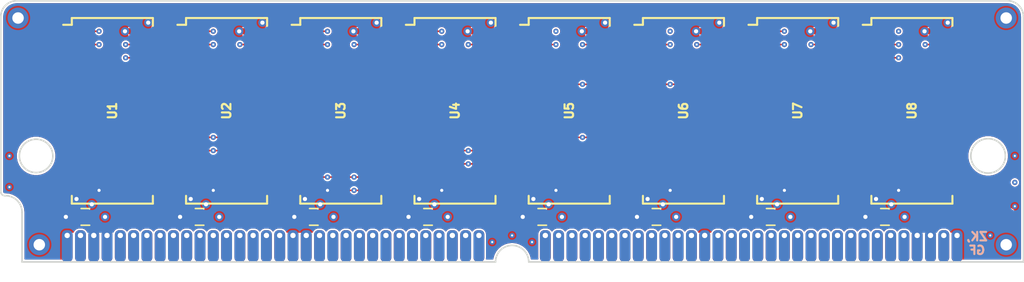
<source format=kicad_pcb>
(kicad_pcb (version 20171130) (host pcbnew "(5.1.10-1-10_14)")
  (layers (0 F.Cu signal) (1 In1.Cu power) (2 In2.Cu signal) (31 B.Cu power) (34 B.Paste user) (35 F.Paste user) (36 B.SilkS user) (37 F.SilkS user) (38 B.Mask user) (39 F.Mask user) (44 Edge.Cuts user))
  (net 0 "")
  (net 1 +5V)
  (net 2 /D0)
  (net 3 /D1)
  (net 4 /D2)
  (net 5 /D3)
  (net 6 GND)
  (net 7 /D4)
  (net 8 /D5)
  (net 9 /D6)
  (net 10 /A11)
  (net 11 /D7)
  (net 12 /A0)
  (net 13 /A1)
  (net 14 /A2)
  (net 15 /A3)
  (net 16 /A4)
  (net 17 /A5)
  (net 18 /A6)
  (net 19 /A7)
  (net 20 /A8)
  (net 21 /A9)
  (net 22 /A10)
  (net 23 +3V3)
  (net 24 /PDCO)
  (net 25 /PDCI)
  (net 26 /~WWP~)
  (net 27 /PQ)
  (net 28 "Net-(J1-Pad57)")
  (net 29 "Net-(J1-Pad56)")
  (net 30 /~RAS~)
  (net 31 "Net-(J1-Pad54)")
  (net 32 /~Q~B)
  (net 33 /~W~7)
  (net 34 /Q7)
  (net 35 "Net-(J1-Pad49)")
  (net 36 /~W~6)
  (net 37 /Q6)
  (net 38 "Net-(J1-Pad44)")
  (net 39 "Net-(J1-Pad43)")
  (net 40 /~W~5)
  (net 41 /Q5)
  (net 42 "Net-(J1-Pad36)")
  (net 43 /~W~4)
  (net 44 /Q4)
  (net 45 "Net-(J1-Pad30)")
  (net 46 /~W~3)
  (net 47 /Q3)
  (net 48 "Net-(J1-Pad24)")
  (net 49 /~W~2)
  (net 50 /Q2)
  (net 51 "Net-(J1-Pad16)")
  (net 52 /~W~1)
  (net 53 /Q1)
  (net 54 "Net-(J1-Pad10)")
  (net 55 /~W~0)
  (net 56 /Q0)
  (net 57 /~CAS~)
  (net 58 "Net-(J1-Pad2)")
  (net 59 "Net-(U1-Pad4)")
  (net 60 "Net-(U1-Pad23)")
  (net 61 "Net-(U2-Pad4)")
  (net 62 "Net-(U2-Pad23)")
  (net 63 "Net-(U3-Pad23)")
  (net 64 "Net-(U3-Pad4)")
  (net 65 "Net-(U4-Pad23)")
  (net 66 "Net-(U4-Pad4)")
  (net 67 "Net-(U5-Pad4)")
  (net 68 "Net-(U5-Pad23)")
  (net 69 "Net-(U6-Pad4)")
  (net 70 "Net-(U6-Pad23)")
  (net 71 "Net-(U7-Pad23)")
  (net 72 "Net-(U7-Pad4)")
  (net 73 "Net-(U8-Pad23)")
  (net 74 "Net-(U8-Pad4)")
  (module stdpads:SOJ-20-26_300mil (layer F.Cu) (at 82.423 113.157)
    (fp_text reference U1)
    (fp_text value 4C4M1)
    (fp_text user %R (at 0 0 90) (layer F.SilkS) (effects (font (size 0.8128 0.8128) (thickness 0.2032))))
    (pad 14 smd roundrect (at 3.175 7.62) (size 3.048 0.6) (layers F.Cu F.Paste F.Mask) (net 16 /A4))
    (pad 26 smd roundrect (at 3.175 -7.62) (size 3.048 0.6) (layers F.Cu F.Paste F.Mask) (net 6 GND))
    (pad 25 smd roundrect (at 3.175 -6.35) (size 3.048 0.6) (layers F.Cu F.Paste F.Mask) (net 56 /Q0))
    (pad 24 smd roundrect (at 3.175 -5.08) (size 3.048 0.6) (layers F.Cu F.Paste F.Mask) (net 57 /~CAS~))
    (pad 23 smd roundrect (at 3.175 -3.81) (size 3.048 0.6) (layers F.Cu F.Paste F.Mask) (net 60 "Net-(U1-Pad23)"))
    (pad 22 smd roundrect (at 3.175 -2.54) (size 3.048 0.6) (layers F.Cu F.Paste F.Mask) (net 21 /A9))
    (pad 18 smd roundrect (at 3.175 2.54) (size 3.048 0.6) (layers F.Cu F.Paste F.Mask) (net 20 /A8))
    (pad 17 smd roundrect (at 3.175 3.81) (size 3.048 0.6) (layers F.Cu F.Paste F.Mask) (net 19 /A7))
    (pad 16 smd roundrect (at 3.175 5.08) (size 3.048 0.6) (layers F.Cu F.Paste F.Mask) (net 18 /A6))
    (pad 15 smd roundrect (at 3.175 6.35) (size 3.048 0.6) (layers F.Cu F.Paste F.Mask) (net 17 /A5))
    (pad 13 smd roundrect (at -3.175 7.62) (size 3.048 0.6) (layers F.Cu F.Paste F.Mask) (net 1 +5V))
    (pad 12 smd roundrect (at -3.175 6.35) (size 3.048 0.6) (layers F.Cu F.Paste F.Mask) (net 15 /A3))
    (pad 11 smd roundrect (at -3.175 5.08) (size 3.048 0.6) (layers F.Cu F.Paste F.Mask) (net 14 /A2))
    (pad 10 smd roundrect (at -3.175 3.81) (size 3.048 0.6) (layers F.Cu F.Paste F.Mask) (net 13 /A1))
    (pad 9 smd roundrect (at -3.175 2.54) (size 3.048 0.6) (layers F.Cu F.Paste F.Mask) (net 12 /A0))
    (pad 5 smd roundrect (at -3.175 -2.54) (size 3.048 0.6) (layers F.Cu F.Paste F.Mask) (net 22 /A10))
    (pad 4 smd roundrect (at -3.175 -3.81) (size 3.048 0.6) (layers F.Cu F.Paste F.Mask) (net 59 "Net-(U1-Pad4)"))
    (pad 3 smd roundrect (at -3.175 -5.08) (size 3.048 0.6) (layers F.Cu F.Paste F.Mask) (net 30 /~RAS~))
    (pad 2 smd roundrect (at -3.175 -6.35) (size 3.048 0.6) (layers F.Cu F.Paste F.Mask) (net 55 /~W~0))
    (pad 1 smd roundrect (at -3.175 -7.62) (size 3.048 0.6) (layers F.Cu F.Paste F.Mask) (net 2 /D0))
  )
  (module stdpads:SOJ-20-26_300mil (layer F.Cu) (at 93.345 113.157)
    (fp_text reference U2)
    (fp_text value 4C4M1)
    (fp_text user %R (at 0 0 90) (layer F.SilkS) (effects (font (size 0.8128 0.8128) (thickness 0.2032))))
    (pad 14 smd roundrect (at 3.175 7.62) (size 3.048 0.6) (layers F.Cu F.Paste F.Mask) (net 16 /A4))
    (pad 26 smd roundrect (at 3.175 -7.62) (size 3.048 0.6) (layers F.Cu F.Paste F.Mask) (net 6 GND))
    (pad 25 smd roundrect (at 3.175 -6.35) (size 3.048 0.6) (layers F.Cu F.Paste F.Mask) (net 53 /Q1))
    (pad 24 smd roundrect (at 3.175 -5.08) (size 3.048 0.6) (layers F.Cu F.Paste F.Mask) (net 57 /~CAS~))
    (pad 23 smd roundrect (at 3.175 -3.81) (size 3.048 0.6) (layers F.Cu F.Paste F.Mask) (net 62 "Net-(U2-Pad23)"))
    (pad 22 smd roundrect (at 3.175 -2.54) (size 3.048 0.6) (layers F.Cu F.Paste F.Mask) (net 21 /A9))
    (pad 18 smd roundrect (at 3.175 2.54) (size 3.048 0.6) (layers F.Cu F.Paste F.Mask) (net 20 /A8))
    (pad 17 smd roundrect (at 3.175 3.81) (size 3.048 0.6) (layers F.Cu F.Paste F.Mask) (net 19 /A7))
    (pad 16 smd roundrect (at 3.175 5.08) (size 3.048 0.6) (layers F.Cu F.Paste F.Mask) (net 18 /A6))
    (pad 15 smd roundrect (at 3.175 6.35) (size 3.048 0.6) (layers F.Cu F.Paste F.Mask) (net 17 /A5))
    (pad 13 smd roundrect (at -3.175 7.62) (size 3.048 0.6) (layers F.Cu F.Paste F.Mask) (net 1 +5V))
    (pad 12 smd roundrect (at -3.175 6.35) (size 3.048 0.6) (layers F.Cu F.Paste F.Mask) (net 15 /A3))
    (pad 11 smd roundrect (at -3.175 5.08) (size 3.048 0.6) (layers F.Cu F.Paste F.Mask) (net 14 /A2))
    (pad 10 smd roundrect (at -3.175 3.81) (size 3.048 0.6) (layers F.Cu F.Paste F.Mask) (net 13 /A1))
    (pad 9 smd roundrect (at -3.175 2.54) (size 3.048 0.6) (layers F.Cu F.Paste F.Mask) (net 12 /A0))
    (pad 5 smd roundrect (at -3.175 -2.54) (size 3.048 0.6) (layers F.Cu F.Paste F.Mask) (net 22 /A10))
    (pad 4 smd roundrect (at -3.175 -3.81) (size 3.048 0.6) (layers F.Cu F.Paste F.Mask) (net 61 "Net-(U2-Pad4)"))
    (pad 3 smd roundrect (at -3.175 -5.08) (size 3.048 0.6) (layers F.Cu F.Paste F.Mask) (net 30 /~RAS~))
    (pad 2 smd roundrect (at -3.175 -6.35) (size 3.048 0.6) (layers F.Cu F.Paste F.Mask) (net 52 /~W~1))
    (pad 1 smd roundrect (at -3.175 -7.62) (size 3.048 0.6) (layers F.Cu F.Paste F.Mask) (net 3 /D1))
  )
  (module stdpads:SOJ-20-26_300mil (layer F.Cu) (at 104.267 113.157)
    (fp_text reference U3)
    (fp_text value 4C4M1)
    (fp_text user %R (at 0 0 90) (layer F.SilkS) (effects (font (size 0.8128 0.8128) (thickness 0.2032))))
    (pad 14 smd roundrect (at 3.175 7.62) (size 3.048 0.6) (layers F.Cu F.Paste F.Mask) (net 16 /A4))
    (pad 26 smd roundrect (at 3.175 -7.62) (size 3.048 0.6) (layers F.Cu F.Paste F.Mask) (net 6 GND))
    (pad 25 smd roundrect (at 3.175 -6.35) (size 3.048 0.6) (layers F.Cu F.Paste F.Mask) (net 50 /Q2))
    (pad 24 smd roundrect (at 3.175 -5.08) (size 3.048 0.6) (layers F.Cu F.Paste F.Mask) (net 57 /~CAS~))
    (pad 23 smd roundrect (at 3.175 -3.81) (size 3.048 0.6) (layers F.Cu F.Paste F.Mask) (net 63 "Net-(U3-Pad23)"))
    (pad 22 smd roundrect (at 3.175 -2.54) (size 3.048 0.6) (layers F.Cu F.Paste F.Mask) (net 21 /A9))
    (pad 18 smd roundrect (at 3.175 2.54) (size 3.048 0.6) (layers F.Cu F.Paste F.Mask) (net 20 /A8))
    (pad 17 smd roundrect (at 3.175 3.81) (size 3.048 0.6) (layers F.Cu F.Paste F.Mask) (net 19 /A7))
    (pad 16 smd roundrect (at 3.175 5.08) (size 3.048 0.6) (layers F.Cu F.Paste F.Mask) (net 18 /A6))
    (pad 15 smd roundrect (at 3.175 6.35) (size 3.048 0.6) (layers F.Cu F.Paste F.Mask) (net 17 /A5))
    (pad 13 smd roundrect (at -3.175 7.62) (size 3.048 0.6) (layers F.Cu F.Paste F.Mask) (net 1 +5V))
    (pad 12 smd roundrect (at -3.175 6.35) (size 3.048 0.6) (layers F.Cu F.Paste F.Mask) (net 15 /A3))
    (pad 11 smd roundrect (at -3.175 5.08) (size 3.048 0.6) (layers F.Cu F.Paste F.Mask) (net 14 /A2))
    (pad 10 smd roundrect (at -3.175 3.81) (size 3.048 0.6) (layers F.Cu F.Paste F.Mask) (net 13 /A1))
    (pad 9 smd roundrect (at -3.175 2.54) (size 3.048 0.6) (layers F.Cu F.Paste F.Mask) (net 12 /A0))
    (pad 5 smd roundrect (at -3.175 -2.54) (size 3.048 0.6) (layers F.Cu F.Paste F.Mask) (net 22 /A10))
    (pad 4 smd roundrect (at -3.175 -3.81) (size 3.048 0.6) (layers F.Cu F.Paste F.Mask) (net 64 "Net-(U3-Pad4)"))
    (pad 3 smd roundrect (at -3.175 -5.08) (size 3.048 0.6) (layers F.Cu F.Paste F.Mask) (net 30 /~RAS~))
    (pad 2 smd roundrect (at -3.175 -6.35) (size 3.048 0.6) (layers F.Cu F.Paste F.Mask) (net 49 /~W~2))
    (pad 1 smd roundrect (at -3.175 -7.62) (size 3.048 0.6) (layers F.Cu F.Paste F.Mask) (net 4 /D2))
  )
  (module stdpads:SOJ-20-26_300mil (layer F.Cu) (at 115.189 113.157)
    (fp_text reference U4)
    (fp_text value 4C4M1)
    (fp_text user %R (at 0 0 90) (layer F.SilkS) (effects (font (size 0.8128 0.8128) (thickness 0.2032))))
    (pad 14 smd roundrect (at 3.175 7.62) (size 3.048 0.6) (layers F.Cu F.Paste F.Mask) (net 16 /A4))
    (pad 26 smd roundrect (at 3.175 -7.62) (size 3.048 0.6) (layers F.Cu F.Paste F.Mask) (net 6 GND))
    (pad 25 smd roundrect (at 3.175 -6.35) (size 3.048 0.6) (layers F.Cu F.Paste F.Mask) (net 47 /Q3))
    (pad 24 smd roundrect (at 3.175 -5.08) (size 3.048 0.6) (layers F.Cu F.Paste F.Mask) (net 57 /~CAS~))
    (pad 23 smd roundrect (at 3.175 -3.81) (size 3.048 0.6) (layers F.Cu F.Paste F.Mask) (net 65 "Net-(U4-Pad23)"))
    (pad 22 smd roundrect (at 3.175 -2.54) (size 3.048 0.6) (layers F.Cu F.Paste F.Mask) (net 21 /A9))
    (pad 18 smd roundrect (at 3.175 2.54) (size 3.048 0.6) (layers F.Cu F.Paste F.Mask) (net 20 /A8))
    (pad 17 smd roundrect (at 3.175 3.81) (size 3.048 0.6) (layers F.Cu F.Paste F.Mask) (net 19 /A7))
    (pad 16 smd roundrect (at 3.175 5.08) (size 3.048 0.6) (layers F.Cu F.Paste F.Mask) (net 18 /A6))
    (pad 15 smd roundrect (at 3.175 6.35) (size 3.048 0.6) (layers F.Cu F.Paste F.Mask) (net 17 /A5))
    (pad 13 smd roundrect (at -3.175 7.62) (size 3.048 0.6) (layers F.Cu F.Paste F.Mask) (net 1 +5V))
    (pad 12 smd roundrect (at -3.175 6.35) (size 3.048 0.6) (layers F.Cu F.Paste F.Mask) (net 15 /A3))
    (pad 11 smd roundrect (at -3.175 5.08) (size 3.048 0.6) (layers F.Cu F.Paste F.Mask) (net 14 /A2))
    (pad 10 smd roundrect (at -3.175 3.81) (size 3.048 0.6) (layers F.Cu F.Paste F.Mask) (net 13 /A1))
    (pad 9 smd roundrect (at -3.175 2.54) (size 3.048 0.6) (layers F.Cu F.Paste F.Mask) (net 12 /A0))
    (pad 5 smd roundrect (at -3.175 -2.54) (size 3.048 0.6) (layers F.Cu F.Paste F.Mask) (net 22 /A10))
    (pad 4 smd roundrect (at -3.175 -3.81) (size 3.048 0.6) (layers F.Cu F.Paste F.Mask) (net 66 "Net-(U4-Pad4)"))
    (pad 3 smd roundrect (at -3.175 -5.08) (size 3.048 0.6) (layers F.Cu F.Paste F.Mask) (net 30 /~RAS~))
    (pad 2 smd roundrect (at -3.175 -6.35) (size 3.048 0.6) (layers F.Cu F.Paste F.Mask) (net 46 /~W~3))
    (pad 1 smd roundrect (at -3.175 -7.62) (size 3.048 0.6) (layers F.Cu F.Paste F.Mask) (net 5 /D3))
  )
  (module stdpads:SOJ-20-26_300mil (layer F.Cu) (at 126.111 113.157)
    (fp_text reference U5)
    (fp_text value 4C4M1)
    (fp_text user %R (at 0 0 90) (layer F.SilkS) (effects (font (size 0.8128 0.8128) (thickness 0.2032))))
    (pad 14 smd roundrect (at 3.175 7.62) (size 3.048 0.6) (layers F.Cu F.Paste F.Mask) (net 16 /A4))
    (pad 26 smd roundrect (at 3.175 -7.62) (size 3.048 0.6) (layers F.Cu F.Paste F.Mask) (net 6 GND))
    (pad 25 smd roundrect (at 3.175 -6.35) (size 3.048 0.6) (layers F.Cu F.Paste F.Mask) (net 44 /Q4))
    (pad 24 smd roundrect (at 3.175 -5.08) (size 3.048 0.6) (layers F.Cu F.Paste F.Mask) (net 57 /~CAS~))
    (pad 23 smd roundrect (at 3.175 -3.81) (size 3.048 0.6) (layers F.Cu F.Paste F.Mask) (net 68 "Net-(U5-Pad23)"))
    (pad 22 smd roundrect (at 3.175 -2.54) (size 3.048 0.6) (layers F.Cu F.Paste F.Mask) (net 21 /A9))
    (pad 18 smd roundrect (at 3.175 2.54) (size 3.048 0.6) (layers F.Cu F.Paste F.Mask) (net 20 /A8))
    (pad 17 smd roundrect (at 3.175 3.81) (size 3.048 0.6) (layers F.Cu F.Paste F.Mask) (net 19 /A7))
    (pad 16 smd roundrect (at 3.175 5.08) (size 3.048 0.6) (layers F.Cu F.Paste F.Mask) (net 18 /A6))
    (pad 15 smd roundrect (at 3.175 6.35) (size 3.048 0.6) (layers F.Cu F.Paste F.Mask) (net 17 /A5))
    (pad 13 smd roundrect (at -3.175 7.62) (size 3.048 0.6) (layers F.Cu F.Paste F.Mask) (net 1 +5V))
    (pad 12 smd roundrect (at -3.175 6.35) (size 3.048 0.6) (layers F.Cu F.Paste F.Mask) (net 15 /A3))
    (pad 11 smd roundrect (at -3.175 5.08) (size 3.048 0.6) (layers F.Cu F.Paste F.Mask) (net 14 /A2))
    (pad 10 smd roundrect (at -3.175 3.81) (size 3.048 0.6) (layers F.Cu F.Paste F.Mask) (net 13 /A1))
    (pad 9 smd roundrect (at -3.175 2.54) (size 3.048 0.6) (layers F.Cu F.Paste F.Mask) (net 12 /A0))
    (pad 5 smd roundrect (at -3.175 -2.54) (size 3.048 0.6) (layers F.Cu F.Paste F.Mask) (net 22 /A10))
    (pad 4 smd roundrect (at -3.175 -3.81) (size 3.048 0.6) (layers F.Cu F.Paste F.Mask) (net 67 "Net-(U5-Pad4)"))
    (pad 3 smd roundrect (at -3.175 -5.08) (size 3.048 0.6) (layers F.Cu F.Paste F.Mask) (net 30 /~RAS~))
    (pad 2 smd roundrect (at -3.175 -6.35) (size 3.048 0.6) (layers F.Cu F.Paste F.Mask) (net 43 /~W~4))
    (pad 1 smd roundrect (at -3.175 -7.62) (size 3.048 0.6) (layers F.Cu F.Paste F.Mask) (net 7 /D4))
  )
  (module stdpads:SOJ-20-26_300mil (layer F.Cu) (at 137.033 113.157)
    (fp_text reference U6)
    (fp_text value 4C4M1)
    (fp_text user %R (at 0 0 90) (layer F.SilkS) (effects (font (size 0.8128 0.8128) (thickness 0.2032))))
    (pad 14 smd roundrect (at 3.175 7.62) (size 3.048 0.6) (layers F.Cu F.Paste F.Mask) (net 16 /A4))
    (pad 26 smd roundrect (at 3.175 -7.62) (size 3.048 0.6) (layers F.Cu F.Paste F.Mask) (net 6 GND))
    (pad 25 smd roundrect (at 3.175 -6.35) (size 3.048 0.6) (layers F.Cu F.Paste F.Mask) (net 41 /Q5))
    (pad 24 smd roundrect (at 3.175 -5.08) (size 3.048 0.6) (layers F.Cu F.Paste F.Mask) (net 57 /~CAS~))
    (pad 23 smd roundrect (at 3.175 -3.81) (size 3.048 0.6) (layers F.Cu F.Paste F.Mask) (net 70 "Net-(U6-Pad23)"))
    (pad 22 smd roundrect (at 3.175 -2.54) (size 3.048 0.6) (layers F.Cu F.Paste F.Mask) (net 21 /A9))
    (pad 18 smd roundrect (at 3.175 2.54) (size 3.048 0.6) (layers F.Cu F.Paste F.Mask) (net 20 /A8))
    (pad 17 smd roundrect (at 3.175 3.81) (size 3.048 0.6) (layers F.Cu F.Paste F.Mask) (net 19 /A7))
    (pad 16 smd roundrect (at 3.175 5.08) (size 3.048 0.6) (layers F.Cu F.Paste F.Mask) (net 18 /A6))
    (pad 15 smd roundrect (at 3.175 6.35) (size 3.048 0.6) (layers F.Cu F.Paste F.Mask) (net 17 /A5))
    (pad 13 smd roundrect (at -3.175 7.62) (size 3.048 0.6) (layers F.Cu F.Paste F.Mask) (net 1 +5V))
    (pad 12 smd roundrect (at -3.175 6.35) (size 3.048 0.6) (layers F.Cu F.Paste F.Mask) (net 15 /A3))
    (pad 11 smd roundrect (at -3.175 5.08) (size 3.048 0.6) (layers F.Cu F.Paste F.Mask) (net 14 /A2))
    (pad 10 smd roundrect (at -3.175 3.81) (size 3.048 0.6) (layers F.Cu F.Paste F.Mask) (net 13 /A1))
    (pad 9 smd roundrect (at -3.175 2.54) (size 3.048 0.6) (layers F.Cu F.Paste F.Mask) (net 12 /A0))
    (pad 5 smd roundrect (at -3.175 -2.54) (size 3.048 0.6) (layers F.Cu F.Paste F.Mask) (net 22 /A10))
    (pad 4 smd roundrect (at -3.175 -3.81) (size 3.048 0.6) (layers F.Cu F.Paste F.Mask) (net 69 "Net-(U6-Pad4)"))
    (pad 3 smd roundrect (at -3.175 -5.08) (size 3.048 0.6) (layers F.Cu F.Paste F.Mask) (net 30 /~RAS~))
    (pad 2 smd roundrect (at -3.175 -6.35) (size 3.048 0.6) (layers F.Cu F.Paste F.Mask) (net 40 /~W~5))
    (pad 1 smd roundrect (at -3.175 -7.62) (size 3.048 0.6) (layers F.Cu F.Paste F.Mask) (net 8 /D5))
  )
  (module stdpads:SOJ-20-26_300mil (layer F.Cu) (at 147.955 113.157)
    (fp_text reference U7)
    (fp_text value 4C4M1)
    (fp_text user %R (at 0 0 90) (layer F.SilkS) (effects (font (size 0.8128 0.8128) (thickness 0.2032))))
    (pad 14 smd roundrect (at 3.175 7.62) (size 3.048 0.6) (layers F.Cu F.Paste F.Mask) (net 16 /A4))
    (pad 26 smd roundrect (at 3.175 -7.62) (size 3.048 0.6) (layers F.Cu F.Paste F.Mask) (net 6 GND))
    (pad 25 smd roundrect (at 3.175 -6.35) (size 3.048 0.6) (layers F.Cu F.Paste F.Mask) (net 37 /Q6))
    (pad 24 smd roundrect (at 3.175 -5.08) (size 3.048 0.6) (layers F.Cu F.Paste F.Mask) (net 57 /~CAS~))
    (pad 23 smd roundrect (at 3.175 -3.81) (size 3.048 0.6) (layers F.Cu F.Paste F.Mask) (net 71 "Net-(U7-Pad23)"))
    (pad 22 smd roundrect (at 3.175 -2.54) (size 3.048 0.6) (layers F.Cu F.Paste F.Mask) (net 21 /A9))
    (pad 18 smd roundrect (at 3.175 2.54) (size 3.048 0.6) (layers F.Cu F.Paste F.Mask) (net 20 /A8))
    (pad 17 smd roundrect (at 3.175 3.81) (size 3.048 0.6) (layers F.Cu F.Paste F.Mask) (net 19 /A7))
    (pad 16 smd roundrect (at 3.175 5.08) (size 3.048 0.6) (layers F.Cu F.Paste F.Mask) (net 18 /A6))
    (pad 15 smd roundrect (at 3.175 6.35) (size 3.048 0.6) (layers F.Cu F.Paste F.Mask) (net 17 /A5))
    (pad 13 smd roundrect (at -3.175 7.62) (size 3.048 0.6) (layers F.Cu F.Paste F.Mask) (net 1 +5V))
    (pad 12 smd roundrect (at -3.175 6.35) (size 3.048 0.6) (layers F.Cu F.Paste F.Mask) (net 15 /A3))
    (pad 11 smd roundrect (at -3.175 5.08) (size 3.048 0.6) (layers F.Cu F.Paste F.Mask) (net 14 /A2))
    (pad 10 smd roundrect (at -3.175 3.81) (size 3.048 0.6) (layers F.Cu F.Paste F.Mask) (net 13 /A1))
    (pad 9 smd roundrect (at -3.175 2.54) (size 3.048 0.6) (layers F.Cu F.Paste F.Mask) (net 12 /A0))
    (pad 5 smd roundrect (at -3.175 -2.54) (size 3.048 0.6) (layers F.Cu F.Paste F.Mask) (net 22 /A10))
    (pad 4 smd roundrect (at -3.175 -3.81) (size 3.048 0.6) (layers F.Cu F.Paste F.Mask) (net 72 "Net-(U7-Pad4)"))
    (pad 3 smd roundrect (at -3.175 -5.08) (size 3.048 0.6) (layers F.Cu F.Paste F.Mask) (net 30 /~RAS~))
    (pad 2 smd roundrect (at -3.175 -6.35) (size 3.048 0.6) (layers F.Cu F.Paste F.Mask) (net 36 /~W~6))
    (pad 1 smd roundrect (at -3.175 -7.62) (size 3.048 0.6) (layers F.Cu F.Paste F.Mask) (net 9 /D6))
  )
  (module stdpads:SOJ-20-26_300mil (layer F.Cu) (at 158.877 113.157)
    (fp_text reference U8)
    (fp_text value 4C4M1)
    (fp_text user %R (at 0 0 90) (layer F.SilkS) (effects (font (size 0.8128 0.8128) (thickness 0.2032))))
    (pad 14 smd roundrect (at 3.175 7.62) (size 3.048 0.6) (layers F.Cu F.Paste F.Mask) (net 16 /A4))
    (pad 26 smd roundrect (at 3.175 -7.62) (size 3.048 0.6) (layers F.Cu F.Paste F.Mask) (net 6 GND))
    (pad 25 smd roundrect (at 3.175 -6.35) (size 3.048 0.6) (layers F.Cu F.Paste F.Mask) (net 34 /Q7))
    (pad 24 smd roundrect (at 3.175 -5.08) (size 3.048 0.6) (layers F.Cu F.Paste F.Mask) (net 57 /~CAS~))
    (pad 23 smd roundrect (at 3.175 -3.81) (size 3.048 0.6) (layers F.Cu F.Paste F.Mask) (net 73 "Net-(U8-Pad23)"))
    (pad 22 smd roundrect (at 3.175 -2.54) (size 3.048 0.6) (layers F.Cu F.Paste F.Mask) (net 21 /A9))
    (pad 18 smd roundrect (at 3.175 2.54) (size 3.048 0.6) (layers F.Cu F.Paste F.Mask) (net 20 /A8))
    (pad 17 smd roundrect (at 3.175 3.81) (size 3.048 0.6) (layers F.Cu F.Paste F.Mask) (net 19 /A7))
    (pad 16 smd roundrect (at 3.175 5.08) (size 3.048 0.6) (layers F.Cu F.Paste F.Mask) (net 18 /A6))
    (pad 15 smd roundrect (at 3.175 6.35) (size 3.048 0.6) (layers F.Cu F.Paste F.Mask) (net 17 /A5))
    (pad 13 smd roundrect (at -3.175 7.62) (size 3.048 0.6) (layers F.Cu F.Paste F.Mask) (net 1 +5V))
    (pad 12 smd roundrect (at -3.175 6.35) (size 3.048 0.6) (layers F.Cu F.Paste F.Mask) (net 15 /A3))
    (pad 11 smd roundrect (at -3.175 5.08) (size 3.048 0.6) (layers F.Cu F.Paste F.Mask) (net 14 /A2))
    (pad 10 smd roundrect (at -3.175 3.81) (size 3.048 0.6) (layers F.Cu F.Paste F.Mask) (net 13 /A1))
    (pad 9 smd roundrect (at -3.175 2.54) (size 3.048 0.6) (layers F.Cu F.Paste F.Mask) (net 12 /A0))
    (pad 5 smd roundrect (at -3.175 -2.54) (size 3.048 0.6) (layers F.Cu F.Paste F.Mask) (net 22 /A10))
    (pad 4 smd roundrect (at -3.175 -3.81) (size 3.048 0.6) (layers F.Cu F.Paste F.Mask) (net 74 "Net-(U8-Pad4)"))
    (pad 3 smd roundrect (at -3.175 -5.08) (size 3.048 0.6) (layers F.Cu F.Paste F.Mask) (net 30 /~RAS~))
    (pad 2 smd roundrect (at -3.175 -6.35) (size 3.048 0.6) (layers F.Cu F.Paste F.Mask) (net 33 /~W~7))
    (pad 1 smd roundrect (at -3.175 -7.62) (size 3.048 0.6) (layers F.Cu F.Paste F.Mask) (net 11 /D7))
  )
  (module stdpads:MacIIROMSIMM_Edge (layer F.Cu) (at 120.65 127.635)
    (fp_text reference J1 hide)
    (fp_text value IIfxRAM)
    (pad 64 thru_hole roundrect (at 42.545 -2.54) (size 1.0414 3.048) (drill 0.508 (offset 0 1.016)) (layers *.Cu *.Mask) (roundrect_rratio 0.4) (net 6 GND))
    (pad 63 thru_hole roundrect (at 41.275 -2.54) (size 1.0414 3.048) (drill 0.508 (offset 0 1.016)) (layers *.Cu *.Mask) (roundrect_rratio 0.4) (net 24 /PDCO))
    (pad 62 thru_hole roundrect (at 40.005 -2.54) (size 1.0414 3.048) (drill 0.508 (offset 0 1.016)) (layers *.Cu *.Mask) (roundrect_rratio 0.4) (net 1 +5V))
    (pad 61 thru_hole roundrect (at 38.735 -2.54) (size 1.0414 3.048) (drill 0.508 (offset 0 1.016)) (layers *.Cu *.Mask) (roundrect_rratio 0.4) (net 1 +5V))
    (pad 60 thru_hole roundrect (at 37.465 -2.54) (size 1.0414 3.048) (drill 0.508 (offset 0 1.016)) (layers *.Cu *.Mask) (roundrect_rratio 0.4) (net 25 /PDCI))
    (pad 59 thru_hole roundrect (at 36.195 -2.54) (size 1.0414 3.048) (drill 0.508 (offset 0 1.016)) (layers *.Cu *.Mask) (roundrect_rratio 0.4) (net 26 /~WWP~))
    (pad 58 thru_hole roundrect (at 34.925 -2.54) (size 1.0414 3.048) (drill 0.508 (offset 0 1.016)) (layers *.Cu *.Mask) (roundrect_rratio 0.4) (net 27 /PQ))
    (pad 57 thru_hole roundrect (at 33.655 -2.54) (size 1.0414 3.048) (drill 0.508 (offset 0 1.016)) (layers *.Cu *.Mask) (roundrect_rratio 0.4) (net 28 "Net-(J1-Pad57)"))
    (pad 56 thru_hole roundrect (at 32.385 -2.54) (size 1.0414 3.048) (drill 0.508 (offset 0 1.016)) (layers *.Cu *.Mask) (roundrect_rratio 0.4) (net 29 "Net-(J1-Pad56)"))
    (pad 55 thru_hole roundrect (at 31.115 -2.54) (size 1.0414 3.048) (drill 0.508 (offset 0 1.016)) (layers *.Cu *.Mask) (roundrect_rratio 0.4) (net 30 /~RAS~))
    (pad 54 thru_hole roundrect (at 29.845 -2.54) (size 1.0414 3.048) (drill 0.508 (offset 0 1.016)) (layers *.Cu *.Mask) (roundrect_rratio 0.4) (net 31 "Net-(J1-Pad54)"))
    (pad 53 thru_hole roundrect (at 28.575 -2.54) (size 1.0414 3.048) (drill 0.508 (offset 0 1.016)) (layers *.Cu *.Mask) (roundrect_rratio 0.4) (net 32 /~Q~B))
    (pad 52 thru_hole roundrect (at 27.305 -2.54) (size 1.0414 3.048) (drill 0.508 (offset 0 1.016)) (layers *.Cu *.Mask) (roundrect_rratio 0.4) (net 33 /~W~7))
    (pad 51 thru_hole roundrect (at 26.035 -2.54) (size 1.0414 3.048) (drill 0.508 (offset 0 1.016)) (layers *.Cu *.Mask) (roundrect_rratio 0.4) (net 34 /Q7))
    (pad 50 thru_hole roundrect (at 24.765 -2.54) (size 1.0414 3.048) (drill 0.508 (offset 0 1.016)) (layers *.Cu *.Mask) (roundrect_rratio 0.4) (net 11 /D7))
    (pad 49 thru_hole roundrect (at 23.495 -2.54) (size 1.0414 3.048) (drill 0.508 (offset 0 1.016)) (layers *.Cu *.Mask) (roundrect_rratio 0.4) (net 35 "Net-(J1-Pad49)"))
    (pad 48 thru_hole roundrect (at 22.225 -2.54) (size 1.0414 3.048) (drill 0.508 (offset 0 1.016)) (layers *.Cu *.Mask) (roundrect_rratio 0.4) (net 36 /~W~6))
    (pad 47 thru_hole roundrect (at 20.955 -2.54) (size 1.0414 3.048) (drill 0.508 (offset 0 1.016)) (layers *.Cu *.Mask) (roundrect_rratio 0.4) (net 37 /Q6))
    (pad 46 thru_hole roundrect (at 19.685 -2.54) (size 1.0414 3.048) (drill 0.508 (offset 0 1.016)) (layers *.Cu *.Mask) (roundrect_rratio 0.4) (net 9 /D6))
    (pad 45 thru_hole roundrect (at 18.415 -2.54) (size 1.0414 3.048) (drill 0.508 (offset 0 1.016)) (layers *.Cu *.Mask) (roundrect_rratio 0.4) (net 6 GND))
    (pad 44 thru_hole roundrect (at 17.145 -2.54) (size 1.0414 3.048) (drill 0.508 (offset 0 1.016)) (layers *.Cu *.Mask) (roundrect_rratio 0.4) (net 38 "Net-(J1-Pad44)"))
    (pad 43 thru_hole roundrect (at 15.875 -2.54) (size 1.0414 3.048) (drill 0.508 (offset 0 1.016)) (layers *.Cu *.Mask) (roundrect_rratio 0.4) (net 39 "Net-(J1-Pad43)"))
    (pad 42 thru_hole roundrect (at 14.605 -2.54) (size 1.0414 3.048) (drill 0.508 (offset 0 1.016)) (layers *.Cu *.Mask) (roundrect_rratio 0.4) (net 40 /~W~5))
    (pad 41 thru_hole roundrect (at 13.335 -2.54) (size 1.0414 3.048) (drill 0.508 (offset 0 1.016)) (layers *.Cu *.Mask) (roundrect_rratio 0.4) (net 41 /Q5))
    (pad 40 thru_hole roundrect (at 12.065 -2.54) (size 1.0414 3.048) (drill 0.508 (offset 0 1.016)) (layers *.Cu *.Mask) (roundrect_rratio 0.4) (net 8 /D5))
    (pad 39 thru_hole roundrect (at 10.795 -2.54) (size 1.0414 3.048) (drill 0.508 (offset 0 1.016)) (layers *.Cu *.Mask) (roundrect_rratio 0.4) (net 10 /A11))
    (pad 38 thru_hole roundrect (at 9.525 -2.54) (size 1.0414 3.048) (drill 0.508 (offset 0 1.016)) (layers *.Cu *.Mask) (roundrect_rratio 0.4) (net 22 /A10))
    (pad 37 thru_hole roundrect (at 8.255 -2.54) (size 1.0414 3.048) (drill 0.508 (offset 0 1.016)) (layers *.Cu *.Mask) (roundrect_rratio 0.4) (net 21 /A9))
    (pad 36 thru_hole roundrect (at 6.985 -2.54) (size 1.0414 3.048) (drill 0.508 (offset 0 1.016)) (layers *.Cu *.Mask) (roundrect_rratio 0.4) (net 42 "Net-(J1-Pad36)"))
    (pad 35 thru_hole roundrect (at 5.715 -2.54) (size 1.0414 3.048) (drill 0.508 (offset 0 1.016)) (layers *.Cu *.Mask) (roundrect_rratio 0.4) (net 20 /A8))
    (pad 34 thru_hole roundrect (at 4.445 -2.54) (size 1.0414 3.048) (drill 0.508 (offset 0 1.016)) (layers *.Cu *.Mask) (roundrect_rratio 0.4) (net 43 /~W~4))
    (pad 33 thru_hole roundrect (at 3.175 -2.54) (size 1.0414 3.048) (drill 0.508 (offset 0 1.016)) (layers *.Cu *.Mask) (roundrect_rratio 0.4) (net 44 /Q4))
    (pad 32 thru_hole roundrect (at -3.175 -2.54) (size 1.0414 3.048) (drill 0.508 (offset 0 1.016)) (layers *.Cu *.Mask) (roundrect_rratio 0.4) (net 7 /D4))
    (pad 31 thru_hole roundrect (at -4.445 -2.54) (size 1.0414 3.048) (drill 0.508 (offset 0 1.016)) (layers *.Cu *.Mask) (roundrect_rratio 0.4) (net 19 /A7))
    (pad 30 thru_hole roundrect (at -5.715 -2.54) (size 1.0414 3.048) (drill 0.508 (offset 0 1.016)) (layers *.Cu *.Mask) (roundrect_rratio 0.4) (net 45 "Net-(J1-Pad30)"))
    (pad 29 thru_hole roundrect (at -6.985 -2.54) (size 1.0414 3.048) (drill 0.508 (offset 0 1.016)) (layers *.Cu *.Mask) (roundrect_rratio 0.4) (net 18 /A6))
    (pad 28 thru_hole roundrect (at -8.255 -2.54) (size 1.0414 3.048) (drill 0.508 (offset 0 1.016)) (layers *.Cu *.Mask) (roundrect_rratio 0.4) (net 46 /~W~3))
    (pad 27 thru_hole roundrect (at -9.525 -2.54) (size 1.0414 3.048) (drill 0.508 (offset 0 1.016)) (layers *.Cu *.Mask) (roundrect_rratio 0.4) (net 47 /Q3))
    (pad 26 thru_hole roundrect (at -10.795 -2.54) (size 1.0414 3.048) (drill 0.508 (offset 0 1.016)) (layers *.Cu *.Mask) (roundrect_rratio 0.4) (net 5 /D3))
    (pad 25 thru_hole roundrect (at -12.065 -2.54) (size 1.0414 3.048) (drill 0.508 (offset 0 1.016)) (layers *.Cu *.Mask) (roundrect_rratio 0.4) (net 17 /A5))
    (pad 24 thru_hole roundrect (at -13.335 -2.54) (size 1.0414 3.048) (drill 0.508 (offset 0 1.016)) (layers *.Cu *.Mask) (roundrect_rratio 0.4) (net 48 "Net-(J1-Pad24)"))
    (pad 23 thru_hole roundrect (at -14.605 -2.54) (size 1.0414 3.048) (drill 0.508 (offset 0 1.016)) (layers *.Cu *.Mask) (roundrect_rratio 0.4) (net 16 /A4))
    (pad 22 thru_hole roundrect (at -15.875 -2.54) (size 1.0414 3.048) (drill 0.508 (offset 0 1.016)) (layers *.Cu *.Mask) (roundrect_rratio 0.4) (net 49 /~W~2))
    (pad 21 thru_hole roundrect (at -17.145 -2.54) (size 1.0414 3.048) (drill 0.508 (offset 0 1.016)) (layers *.Cu *.Mask) (roundrect_rratio 0.4) (net 50 /Q2))
    (pad 20 thru_hole roundrect (at -18.415 -2.54) (size 1.0414 3.048) (drill 0.508 (offset 0 1.016)) (layers *.Cu *.Mask) (roundrect_rratio 0.4) (net 4 /D2))
    (pad 19 thru_hole roundrect (at -19.685 -2.54) (size 1.0414 3.048) (drill 0.508 (offset 0 1.016)) (layers *.Cu *.Mask) (roundrect_rratio 0.4) (net 6 GND))
    (pad 18 thru_hole roundrect (at -20.955 -2.54) (size 1.0414 3.048) (drill 0.508 (offset 0 1.016)) (layers *.Cu *.Mask) (roundrect_rratio 0.4) (net 6 GND))
    (pad 17 thru_hole roundrect (at -22.225 -2.54) (size 1.0414 3.048) (drill 0.508 (offset 0 1.016)) (layers *.Cu *.Mask) (roundrect_rratio 0.4) (net 15 /A3))
    (pad 16 thru_hole roundrect (at -23.495 -2.54) (size 1.0414 3.048) (drill 0.508 (offset 0 1.016)) (layers *.Cu *.Mask) (roundrect_rratio 0.4) (net 51 "Net-(J1-Pad16)"))
    (pad 15 thru_hole roundrect (at -24.765 -2.54) (size 1.0414 3.048) (drill 0.508 (offset 0 1.016)) (layers *.Cu *.Mask) (roundrect_rratio 0.4) (net 14 /A2))
    (pad 14 thru_hole roundrect (at -26.035 -2.54) (size 1.0414 3.048) (drill 0.508 (offset 0 1.016)) (layers *.Cu *.Mask) (roundrect_rratio 0.4) (net 52 /~W~1))
    (pad 13 thru_hole roundrect (at -27.305 -2.54) (size 1.0414 3.048) (drill 0.508 (offset 0 1.016)) (layers *.Cu *.Mask) (roundrect_rratio 0.4) (net 53 /Q1))
    (pad 12 thru_hole roundrect (at -28.575 -2.54) (size 1.0414 3.048) (drill 0.508 (offset 0 1.016)) (layers *.Cu *.Mask) (roundrect_rratio 0.4) (net 3 /D1))
    (pad 11 thru_hole roundrect (at -29.845 -2.54) (size 1.0414 3.048) (drill 0.508 (offset 0 1.016)) (layers *.Cu *.Mask) (roundrect_rratio 0.4) (net 13 /A1))
    (pad 10 thru_hole roundrect (at -31.115 -2.54) (size 1.0414 3.048) (drill 0.508 (offset 0 1.016)) (layers *.Cu *.Mask) (roundrect_rratio 0.4) (net 54 "Net-(J1-Pad10)"))
    (pad 9 thru_hole roundrect (at -32.385 -2.54) (size 1.0414 3.048) (drill 0.508 (offset 0 1.016)) (layers *.Cu *.Mask) (roundrect_rratio 0.4) (net 12 /A0))
    (pad 8 thru_hole roundrect (at -33.655 -2.54) (size 1.0414 3.048) (drill 0.508 (offset 0 1.016)) (layers *.Cu *.Mask) (roundrect_rratio 0.4) (net 55 /~W~0))
    (pad 7 thru_hole roundrect (at -34.925 -2.54) (size 1.0414 3.048) (drill 0.508 (offset 0 1.016)) (layers *.Cu *.Mask) (roundrect_rratio 0.4) (net 56 /Q0))
    (pad 6 thru_hole roundrect (at -36.195 -2.54) (size 1.0414 3.048) (drill 0.508 (offset 0 1.016)) (layers *.Cu *.Mask) (roundrect_rratio 0.4) (net 2 /D0))
    (pad 5 thru_hole roundrect (at -37.465 -2.54) (size 1.0414 3.048) (drill 0.508 (offset 0 1.016)) (layers *.Cu *.Mask) (roundrect_rratio 0.4) (net 57 /~CAS~))
    (pad 4 thru_hole roundrect (at -38.735 -2.54) (size 1.0414 3.048) (drill 0.508 (offset 0 1.016)) (layers *.Cu *.Mask) (roundrect_rratio 0.4) (net 1 +5V))
    (pad 3 thru_hole roundrect (at -40.005 -2.54) (size 1.0414 3.048) (drill 0.508 (offset 0 1.016)) (layers *.Cu *.Mask) (roundrect_rratio 0.4) (net 1 +5V))
    (pad 2 thru_hole roundrect (at -41.275 -2.54) (size 1.0414 3.048) (drill 0.508 (offset 0 1.016)) (layers *.Cu *.Mask) (roundrect_rratio 0.4) (net 58 "Net-(J1-Pad2)"))
    (pad 1 thru_hole roundrect (at -42.545 -2.54) (size 1.0414 3.048) (drill 0.508 (offset 0 1.016)) (layers *.Cu *.Mask) (roundrect_rratio 0.4) (net 6 GND))
  )
  (module stdpads:PasteHole_1.1mm_PTH (layer F.Cu) (at 73.406 104.267)
    (fp_text reference H1)
    (fp_text value " " hide)
    (pad 1 thru_hole circle (at 0 0) (size 2 2) (drill 1.1) (layers *.Cu *.Mask) (net 6 GND))
  )
  (module stdpads:Fiducial (layer F.Cu) (at 73.406 106.807)
    (fp_text reference FID1 hide)
    (fp_text value Fiducial hide)
    (pad ~ smd circle (at 0 0) (size 1 1) (layers F.Cu F.Mask) (clearance 0.575))
  )
  (module stdpads:Fiducial (layer F.Cu) (at 75.438 123.444)
    (fp_text reference FID2 hide)
    (fp_text value Fiducial hide)
    (pad ~ smd circle (at 0 0) (size 1 1) (layers F.Cu F.Mask) (clearance 0.575))
  )
  (module stdpads:Fiducial (layer F.Cu) (at 167.894 123.444)
    (fp_text reference FID3 hide)
    (fp_text value Fiducial hide)
    (pad ~ smd circle (at 0 0) (size 1 1) (layers F.Cu F.Mask) (clearance 0.575))
  )
  (module stdpads:Fiducial (layer F.Cu) (at 167.894 106.807)
    (fp_text reference FID4 hide)
    (fp_text value Fiducial hide)
    (pad ~ smd circle (at 0 0) (size 1 1) (layers F.Cu F.Mask) (clearance 0.575))
  )
  (module stdpads:PasteHole_1.1mm_PTH (layer F.Cu) (at 75.438 125.984)
    (fp_text reference H2)
    (fp_text value " " hide)
    (pad 1 thru_hole circle (at 0 0) (size 2 2) (drill 1.1) (layers *.Cu *.Mask) (net 6 GND))
  )
  (module stdpads:PasteHole_1.1mm_PTH (layer F.Cu) (at 167.894 125.984)
    (fp_text reference H3)
    (fp_text value " " hide)
    (pad 1 thru_hole circle (at 0 0) (size 2 2) (drill 1.1) (layers *.Cu *.Mask) (net 6 GND))
  )
  (module stdpads:PasteHole_1.1mm_PTH (layer F.Cu) (at 167.894 104.267)
    (fp_text reference H4)
    (fp_text value " " hide)
    (pad 1 thru_hole circle (at 0 0) (size 2 2) (drill 1.1) (layers *.Cu *.Mask) (net 6 GND))
  )
  (module stdpads:C_0805 (layer F.Cu) (at 79.844 123.317)
    (fp_text reference C1)
    (fp_text value 2u2)
    (pad 1 smd roundrect (at -0.85 0) (size 1.05 1.4) (layers F.Cu F.Paste F.Mask) (net 1 +5V))
    (pad 2 smd roundrect (at 0.85 0) (size 1.05 1.4) (layers F.Cu F.Paste F.Mask) (net 6 GND))
  )
  (module stdpads:C_0805 (layer F.Cu) (at 90.766 123.317)
    (fp_text reference C2)
    (fp_text value 2u2)
    (pad 1 smd roundrect (at -0.85 0) (size 1.05 1.4) (layers F.Cu F.Paste F.Mask) (net 1 +5V))
    (pad 2 smd roundrect (at 0.85 0) (size 1.05 1.4) (layers F.Cu F.Paste F.Mask) (net 6 GND))
  )
  (module stdpads:C_0805 (layer F.Cu) (at 101.688 123.317)
    (fp_text reference C3)
    (fp_text value 2u2)
    (pad 2 smd roundrect (at 0.85 0) (size 1.05 1.4) (layers F.Cu F.Paste F.Mask) (net 6 GND))
    (pad 1 smd roundrect (at -0.85 0) (size 1.05 1.4) (layers F.Cu F.Paste F.Mask) (net 1 +5V))
  )
  (module stdpads:C_0805 (layer F.Cu) (at 112.61 123.317)
    (fp_text reference C4)
    (fp_text value 2u2)
    (pad 2 smd roundrect (at 0.85 0) (size 1.05 1.4) (layers F.Cu F.Paste F.Mask) (net 6 GND))
    (pad 1 smd roundrect (at -0.85 0) (size 1.05 1.4) (layers F.Cu F.Paste F.Mask) (net 1 +5V))
  )
  (module stdpads:C_0805 (layer F.Cu) (at 123.532 123.317)
    (fp_text reference C5)
    (fp_text value 2u2)
    (pad 1 smd roundrect (at -0.85 0) (size 1.05 1.4) (layers F.Cu F.Paste F.Mask) (net 1 +5V))
    (pad 2 smd roundrect (at 0.85 0) (size 1.05 1.4) (layers F.Cu F.Paste F.Mask) (net 6 GND))
  )
  (module stdpads:C_0805 (layer F.Cu) (at 134.454 123.317)
    (fp_text reference C6)
    (fp_text value 2u2)
    (pad 1 smd roundrect (at -0.85 0) (size 1.05 1.4) (layers F.Cu F.Paste F.Mask) (net 1 +5V))
    (pad 2 smd roundrect (at 0.85 0) (size 1.05 1.4) (layers F.Cu F.Paste F.Mask) (net 6 GND))
  )
  (module stdpads:C_0805 (layer F.Cu) (at 145.376 123.317)
    (fp_text reference C7)
    (fp_text value 2u2)
    (pad 2 smd roundrect (at 0.85 0) (size 1.05 1.4) (layers F.Cu F.Paste F.Mask) (net 6 GND))
    (pad 1 smd roundrect (at -0.85 0) (size 1.05 1.4) (layers F.Cu F.Paste F.Mask) (net 1 +5V))
  )
  (module stdpads:C_0805 (layer F.Cu) (at 156.298 123.317)
    (fp_text reference C8)
    (fp_text value 2u2)
    (pad 2 smd roundrect (at 0.85 0) (size 1.05 1.4) (layers F.Cu F.Paste F.Mask) (net 6 GND))
    (pad 1 smd roundrect (at -0.85 0) (size 1.05 1.4) (layers F.Cu F.Paste F.Mask) (net 1 +5V))
  )
  (gr_text "ZK,\nGF" (at 165.1 125.857) (layer B.SilkS) (effects (font (size 0.8128 0.8128) (thickness 0.2032)) (justify mirror)))
  (gr_arc (start 72.136 120.904) (end 71.755 120.904) (angle -90) (layer Edge.Cuts) (width 0.15))
  (gr_circle (center 166.1668 117.475) (end 167.8178 117.475) (layer Edge.Cuts) (width 0.15))
  (gr_circle (center 75.1332 117.475) (end 76.7332 117.475) (layer Edge.Cuts) (width 0.15))
  (gr_line (start 72.136 121.285) (end 72.1995 121.285) (layer Edge.Cuts) (width 0.15))
  (gr_arc (start 73.279 104.14) (end 73.279 102.616) (angle -90) (layer Edge.Cuts) (width 0.15))
  (gr_arc (start 168.021 104.14) (end 169.545 104.14) (angle -90) (layer Edge.Cuts) (width 0.15))
  (gr_line (start 73.787 122.8725) (end 73.787 127.635) (layer Edge.Cuts) (width 0.15))
  (gr_line (start 73.787 127.635) (end 119.0625 127.635) (layer Edge.Cuts) (width 0.15))
  (gr_line (start 122.2375 127.635) (end 169.545 127.635) (layer Edge.Cuts) (width 0.15))
  (gr_line (start 169.545 127.635) (end 169.545 104.14) (layer Edge.Cuts) (width 0.15))
  (gr_line (start 71.755 120.904) (end 71.755 104.14) (layer Edge.Cuts) (width 0.15))
  (gr_arc (start 72.1995 122.8725) (end 73.787 122.8725) (angle -90) (layer Edge.Cuts) (width 0.15))
  (gr_arc (start 120.65 127.635) (end 122.2375 127.635) (angle -180) (layer Edge.Cuts) (width 0.15))
  (gr_line (start 73.279 102.616) (end 168.021 102.616) (layer Edge.Cuts) (width 0.15))
  (via (at 155.448 121.6025) (size 0.8) (drill 0.4) (layers F.Cu B.Cu) (net 1))
  (segment (start 155.427 121.5815) (end 155.448 121.6025) (width 0.6) (layer F.Cu) (net 1))
  (segment (start 155.427 120.777) (end 155.427 121.5815) (width 0.6) (layer F.Cu) (net 1))
  (via (at 157.607 120.777) (size 0.6) (drill 0.3) (layers F.Cu B.Cu) (net 1))
  (segment (start 155.427 120.777) (end 157.607 120.777) (width 0.6) (layer F.Cu) (net 1))
  (segment (start 144.505 120.777) (end 144.505 121.5815) (width 0.6) (layer F.Cu) (net 1))
  (via (at 144.526 121.6025) (size 0.8) (drill 0.4) (layers F.Cu B.Cu) (net 1))
  (segment (start 144.505 121.5815) (end 144.526 121.6025) (width 0.6) (layer F.Cu) (net 1))
  (via (at 146.685 120.777) (size 0.6) (drill 0.3) (layers F.Cu B.Cu) (net 1))
  (segment (start 144.505 120.777) (end 146.685 120.777) (width 0.6) (layer F.Cu) (net 1))
  (via (at 133.604 121.6025) (size 0.8) (drill 0.4) (layers F.Cu B.Cu) (net 1))
  (segment (start 133.583 120.777) (end 135.763 120.777) (width 0.6) (layer F.Cu) (net 1))
  (via (at 135.763 120.777) (size 0.6) (drill 0.3) (layers F.Cu B.Cu) (net 1))
  (segment (start 133.583 120.777) (end 133.583 121.5815) (width 0.6) (layer F.Cu) (net 1))
  (segment (start 133.583 121.5815) (end 133.604 121.6025) (width 0.6) (layer F.Cu) (net 1))
  (segment (start 122.661 120.777) (end 122.661 121.5815) (width 0.6) (layer F.Cu) (net 1))
  (segment (start 122.661 120.777) (end 124.841 120.777) (width 0.6) (layer F.Cu) (net 1))
  (via (at 122.682 121.6025) (size 0.8) (drill 0.4) (layers F.Cu B.Cu) (net 1))
  (segment (start 122.661 121.5815) (end 122.682 121.6025) (width 0.6) (layer F.Cu) (net 1))
  (via (at 124.841 120.777) (size 0.6) (drill 0.3) (layers F.Cu B.Cu) (net 1))
  (segment (start 111.739 120.777) (end 113.919 120.777) (width 0.6) (layer F.Cu) (net 1))
  (segment (start 111.739 120.777) (end 111.739 121.5815) (width 0.6) (layer F.Cu) (net 1))
  (segment (start 111.739 121.5815) (end 111.76 121.6025) (width 0.6) (layer F.Cu) (net 1))
  (via (at 113.919 120.777) (size 0.6) (drill 0.3) (layers F.Cu B.Cu) (net 1))
  (via (at 111.76 121.6025) (size 0.8) (drill 0.4) (layers F.Cu B.Cu) (net 1))
  (segment (start 100.817 120.777) (end 100.817 121.5815) (width 0.6) (layer F.Cu) (net 1))
  (via (at 100.838 121.6025) (size 0.8) (drill 0.4) (layers F.Cu B.Cu) (net 1))
  (segment (start 100.817 120.777) (end 102.997 120.777) (width 0.6) (layer F.Cu) (net 1))
  (segment (start 100.817 121.5815) (end 100.838 121.6025) (width 0.6) (layer F.Cu) (net 1))
  (via (at 102.997 120.777) (size 0.6) (drill 0.3) (layers F.Cu B.Cu) (net 1))
  (segment (start 89.895 120.777) (end 89.895 121.5815) (width 0.6) (layer F.Cu) (net 1))
  (via (at 89.916 121.6025) (size 0.8) (drill 0.4) (layers F.Cu B.Cu) (net 1))
  (via (at 92.075 120.777) (size 0.6) (drill 0.3) (layers F.Cu B.Cu) (net 1))
  (segment (start 89.895 121.5815) (end 89.916 121.6025) (width 0.6) (layer F.Cu) (net 1))
  (segment (start 89.895 120.777) (end 92.075 120.777) (width 0.6) (layer F.Cu) (net 1))
  (segment (start 78.973 120.777) (end 81.153 120.777) (width 0.6) (layer F.Cu) (net 1))
  (via (at 81.153 120.777) (size 0.6) (drill 0.3) (layers F.Cu B.Cu) (net 1))
  (via (at 78.994 121.6025) (size 0.8) (drill 0.4) (layers F.Cu B.Cu) (net 1))
  (segment (start 78.973 120.777) (end 78.973 121.5815) (width 0.6) (layer F.Cu) (net 1))
  (segment (start 78.973 121.5815) (end 78.994 121.6025) (width 0.6) (layer F.Cu) (net 1))
  (segment (start 78.994 123.317) (end 78.994 121.6025) (width 0.8) (layer F.Cu) (net 1))
  (segment (start 89.916 123.317) (end 89.916 121.6025) (width 0.8) (layer F.Cu) (net 1))
  (segment (start 100.838 123.317) (end 100.838 121.6025) (width 0.8) (layer F.Cu) (net 1))
  (segment (start 111.76 123.317) (end 111.76 121.6025) (width 0.8) (layer F.Cu) (net 1))
  (segment (start 122.682 123.317) (end 122.682 121.6025) (width 0.8) (layer F.Cu) (net 1))
  (segment (start 133.604 123.317) (end 133.604 121.6025) (width 0.8) (layer F.Cu) (net 1))
  (segment (start 144.526 121.6025) (end 144.526 123.317) (width 0.8) (layer F.Cu) (net 1))
  (segment (start 155.448 121.6025) (end 155.448 123.317) (width 0.8) (layer F.Cu) (net 1))
  (via (at 77.978 123.317) (size 0.8) (drill 0.4) (layers F.Cu B.Cu) (net 1))
  (segment (start 78.994 123.317) (end 77.978 123.317) (width 0.8) (layer F.Cu) (net 1))
  (via (at 88.9 123.317) (size 0.8) (drill 0.4) (layers F.Cu B.Cu) (net 1))
  (segment (start 89.916 123.317) (end 88.9 123.317) (width 0.8) (layer F.Cu) (net 1))
  (via (at 99.822 123.317) (size 0.8) (drill 0.4) (layers F.Cu B.Cu) (net 1))
  (segment (start 100.838 123.317) (end 99.822 123.317) (width 0.8) (layer F.Cu) (net 1))
  (via (at 110.744 123.317) (size 0.8) (drill 0.4) (layers F.Cu B.Cu) (net 1))
  (segment (start 111.76 123.317) (end 110.744 123.317) (width 0.8) (layer F.Cu) (net 1))
  (via (at 121.666 123.317) (size 0.8) (drill 0.4) (layers F.Cu B.Cu) (net 1))
  (segment (start 122.682 123.317) (end 121.666 123.317) (width 0.8) (layer F.Cu) (net 1))
  (via (at 132.588 123.317) (size 0.8) (drill 0.4) (layers F.Cu B.Cu) (net 1))
  (segment (start 133.604 123.317) (end 132.588 123.317) (width 0.8) (layer F.Cu) (net 1))
  (via (at 143.51 123.317) (size 0.8) (drill 0.4) (layers F.Cu B.Cu) (net 1))
  (segment (start 144.526 123.317) (end 143.51 123.317) (width 0.8) (layer F.Cu) (net 1))
  (via (at 154.432 123.317) (size 0.8) (drill 0.4) (layers F.Cu B.Cu) (net 1))
  (segment (start 155.448 123.317) (end 154.432 123.317) (width 0.8) (layer F.Cu) (net 1))
  (via (at 81.153 105.537) (size 0.5) (drill 0.2) (layers F.Cu B.Cu) (net 2))
  (segment (start 78.973 105.537) (end 81.153 105.537) (width 0.15) (layer F.Cu) (net 2))
  (via (at 92.075 105.537) (size 0.5) (drill 0.2) (layers F.Cu B.Cu) (net 3))
  (segment (start 92.075 105.537) (end 89.895 105.537) (width 0.15) (layer F.Cu) (net 3))
  (via (at 102.997 105.537) (size 0.5) (drill 0.2) (layers F.Cu B.Cu) (net 4))
  (segment (start 102.997 105.537) (end 100.817 105.537) (width 0.15) (layer F.Cu) (net 4))
  (via (at 113.919 105.537) (size 0.5) (drill 0.2) (layers F.Cu B.Cu) (net 5))
  (segment (start 113.919 105.537) (end 111.739 105.537) (width 0.15) (layer F.Cu) (net 5))
  (via (at 72.5805 117.475) (size 0.508) (drill 0.2) (layers F.Cu B.Cu) (net 6))
  (via (at 72.5805 120.4595) (size 0.508) (drill 0.2) (layers F.Cu B.Cu) (net 6))
  (via (at 168.7195 117.475) (size 0.508) (drill 0.2) (layers F.Cu B.Cu) (net 6))
  (via (at 168.7195 122.301) (size 0.508) (drill 0.2) (layers F.Cu B.Cu) (net 6))
  (via (at 120.65 125.095) (size 0.508) (drill 0.2) (layers F.Cu B.Cu) (net 6))
  (via (at 118.745 125.73) (size 0.508) (drill 0.2) (layers F.Cu B.Cu) (net 6))
  (via (at 122.555 125.73) (size 0.508) (drill 0.2) (layers F.Cu B.Cu) (net 6))
  (via (at 166.37 125.095) (size 0.508) (drill 0.2) (layers F.Cu B.Cu) (net 6))
  (via (at 145.9865 122.1105) (size 0.8) (drill 0.4) (layers F.Cu B.Cu) (net 6))
  (segment (start 146.226 122.35) (end 145.9865 122.1105) (width 0.8) (layer F.Cu) (net 6))
  (segment (start 146.226 123.317) (end 146.226 122.35) (width 0.8) (layer F.Cu) (net 6))
  (segment (start 157.148 122.35) (end 156.9085 122.1105) (width 0.8) (layer F.Cu) (net 6))
  (via (at 156.9085 122.1105) (size 0.8) (drill 0.4) (layers F.Cu B.Cu) (net 6))
  (segment (start 157.148 123.317) (end 157.148 122.35) (width 0.8) (layer F.Cu) (net 6))
  (via (at 135.0645 122.1105) (size 0.8) (drill 0.4) (layers F.Cu B.Cu) (net 6))
  (segment (start 135.304 122.35) (end 135.0645 122.1105) (width 0.8) (layer F.Cu) (net 6))
  (segment (start 135.304 123.317) (end 135.304 122.35) (width 0.8) (layer F.Cu) (net 6))
  (segment (start 124.382 123.317) (end 124.382 122.35) (width 0.8) (layer F.Cu) (net 6))
  (segment (start 124.382 122.35) (end 124.1425 122.1105) (width 0.8) (layer F.Cu) (net 6))
  (via (at 124.1425 122.1105) (size 0.8) (drill 0.4) (layers F.Cu B.Cu) (net 6))
  (segment (start 113.46 122.35) (end 113.2205 122.1105) (width 0.8) (layer F.Cu) (net 6))
  (via (at 113.2205 122.1105) (size 0.8) (drill 0.4) (layers F.Cu B.Cu) (net 6))
  (segment (start 113.46 123.317) (end 113.46 122.35) (width 0.8) (layer F.Cu) (net 6))
  (segment (start 102.538 122.35) (end 102.2985 122.1105) (width 0.8) (layer F.Cu) (net 6))
  (segment (start 102.538 123.317) (end 102.538 122.35) (width 0.8) (layer F.Cu) (net 6))
  (via (at 102.2985 122.1105) (size 0.8) (drill 0.4) (layers F.Cu B.Cu) (net 6))
  (segment (start 91.616 122.35) (end 91.3765 122.1105) (width 0.8) (layer F.Cu) (net 6))
  (via (at 91.3765 122.1105) (size 0.8) (drill 0.4) (layers F.Cu B.Cu) (net 6))
  (segment (start 91.616 123.317) (end 91.616 122.35) (width 0.8) (layer F.Cu) (net 6))
  (segment (start 80.694 123.317) (end 80.694 122.35) (width 0.8) (layer F.Cu) (net 6))
  (segment (start 80.694 122.35) (end 80.4545 122.1105) (width 0.8) (layer F.Cu) (net 6))
  (via (at 80.4545 122.1105) (size 0.8) (drill 0.4) (layers F.Cu B.Cu) (net 6))
  (via (at 85.852 104.7115) (size 0.8) (drill 0.4) (layers F.Cu B.Cu) (net 6))
  (segment (start 85.852 105.516) (end 85.852 104.7115) (width 0.6) (layer F.Cu) (net 6))
  (segment (start 85.873 105.537) (end 85.852 105.516) (width 0.6) (layer F.Cu) (net 6))
  (via (at 83.6295 105.537) (size 0.8) (drill 0.4) (layers F.Cu B.Cu) (net 6))
  (segment (start 85.873 105.537) (end 83.6295 105.537) (width 0.6) (layer F.Cu) (net 6))
  (via (at 96.774 104.7115) (size 0.8) (drill 0.4) (layers F.Cu B.Cu) (net 6))
  (segment (start 96.795 105.537) (end 96.774 105.516) (width 0.6) (layer F.Cu) (net 6))
  (segment (start 96.774 105.516) (end 96.774 104.7115) (width 0.6) (layer F.Cu) (net 6))
  (via (at 94.5515 105.537) (size 0.8) (drill 0.4) (layers F.Cu B.Cu) (net 6))
  (segment (start 96.795 105.537) (end 94.5515 105.537) (width 0.6) (layer F.Cu) (net 6))
  (segment (start 107.717 105.537) (end 107.696 105.516) (width 0.6) (layer F.Cu) (net 6))
  (segment (start 107.717 105.537) (end 105.4735 105.537) (width 0.6) (layer F.Cu) (net 6))
  (segment (start 107.696 105.516) (end 107.696 104.7115) (width 0.6) (layer F.Cu) (net 6))
  (via (at 105.4735 105.537) (size 0.8) (drill 0.4) (layers F.Cu B.Cu) (net 6))
  (via (at 107.696 104.7115) (size 0.8) (drill 0.4) (layers F.Cu B.Cu) (net 6))
  (via (at 116.3955 105.537) (size 0.8) (drill 0.4) (layers F.Cu B.Cu) (net 6))
  (via (at 118.618 104.7115) (size 0.8) (drill 0.4) (layers F.Cu B.Cu) (net 6))
  (segment (start 118.618 105.516) (end 118.618 104.7115) (width 0.6) (layer F.Cu) (net 6))
  (segment (start 118.639 105.537) (end 116.3955 105.537) (width 0.6) (layer F.Cu) (net 6))
  (segment (start 118.639 105.537) (end 118.618 105.516) (width 0.6) (layer F.Cu) (net 6))
  (via (at 127.3175 105.537) (size 0.8) (drill 0.4) (layers F.Cu B.Cu) (net 6))
  (segment (start 129.561 105.537) (end 129.54 105.516) (width 0.6) (layer F.Cu) (net 6))
  (via (at 129.54 104.7115) (size 0.8) (drill 0.4) (layers F.Cu B.Cu) (net 6))
  (segment (start 129.561 105.537) (end 127.3175 105.537) (width 0.6) (layer F.Cu) (net 6))
  (segment (start 129.54 105.516) (end 129.54 104.7115) (width 0.6) (layer F.Cu) (net 6))
  (via (at 140.462 104.7115) (size 0.8) (drill 0.4) (layers F.Cu B.Cu) (net 6))
  (via (at 138.2395 105.537) (size 0.8) (drill 0.4) (layers F.Cu B.Cu) (net 6))
  (segment (start 140.483 105.537) (end 138.2395 105.537) (width 0.6) (layer F.Cu) (net 6))
  (segment (start 140.462 105.516) (end 140.462 104.7115) (width 0.6) (layer F.Cu) (net 6))
  (segment (start 140.483 105.537) (end 140.462 105.516) (width 0.6) (layer F.Cu) (net 6))
  (segment (start 151.405 105.537) (end 151.384 105.516) (width 0.6) (layer F.Cu) (net 6))
  (via (at 151.384 104.7115) (size 0.8) (drill 0.4) (layers F.Cu B.Cu) (net 6))
  (segment (start 151.405 105.537) (end 149.1615 105.537) (width 0.6) (layer F.Cu) (net 6))
  (segment (start 151.384 105.516) (end 151.384 104.7115) (width 0.6) (layer F.Cu) (net 6))
  (via (at 149.1615 105.537) (size 0.8) (drill 0.4) (layers F.Cu B.Cu) (net 6))
  (via (at 160.0835 105.537) (size 0.8) (drill 0.4) (layers F.Cu B.Cu) (net 6))
  (segment (start 162.327 105.537) (end 160.0835 105.537) (width 0.6) (layer F.Cu) (net 6))
  (via (at 162.306 104.7115) (size 0.8) (drill 0.4) (layers F.Cu B.Cu) (net 6))
  (segment (start 162.306 105.516) (end 162.306 104.7115) (width 0.6) (layer F.Cu) (net 6))
  (segment (start 162.327 105.537) (end 162.306 105.516) (width 0.6) (layer F.Cu) (net 6))
  (via (at 81.7245 123.317) (size 0.8) (drill 0.4) (layers F.Cu B.Cu) (net 6))
  (segment (start 80.694 123.317) (end 81.7245 123.317) (width 0.8) (layer F.Cu) (net 6))
  (via (at 92.6465 123.317) (size 0.8) (drill 0.4) (layers F.Cu B.Cu) (net 6))
  (segment (start 91.616 123.317) (end 92.6465 123.317) (width 0.8) (layer F.Cu) (net 6))
  (via (at 103.5685 123.317) (size 0.8) (drill 0.4) (layers F.Cu B.Cu) (net 6))
  (segment (start 102.538 123.317) (end 103.5685 123.317) (width 0.8) (layer F.Cu) (net 6))
  (via (at 114.4905 123.317) (size 0.8) (drill 0.4) (layers F.Cu B.Cu) (net 6))
  (segment (start 113.46 123.317) (end 114.4905 123.317) (width 0.8) (layer F.Cu) (net 6))
  (via (at 125.4125 123.317) (size 0.8) (drill 0.4) (layers F.Cu B.Cu) (net 6))
  (segment (start 124.382 123.317) (end 125.4125 123.317) (width 0.8) (layer F.Cu) (net 6))
  (via (at 136.3345 123.317) (size 0.8) (drill 0.4) (layers F.Cu B.Cu) (net 6))
  (segment (start 135.304 123.317) (end 136.3345 123.317) (width 0.8) (layer F.Cu) (net 6))
  (via (at 147.2565 123.317) (size 0.8) (drill 0.4) (layers F.Cu B.Cu) (net 6))
  (segment (start 146.226 123.317) (end 147.2565 123.317) (width 0.8) (layer F.Cu) (net 6))
  (via (at 158.1785 123.317) (size 0.8) (drill 0.4) (layers F.Cu B.Cu) (net 6))
  (segment (start 157.148 123.317) (end 158.1785 123.317) (width 0.8) (layer F.Cu) (net 6))
  (via (at 124.841 105.537) (size 0.5) (drill 0.2) (layers F.Cu B.Cu) (net 7))
  (via (at 135.763 105.537) (size 0.5) (drill 0.2) (layers F.Cu B.Cu) (net 8))
  (via (at 146.685 105.537) (size 0.5) (drill 0.2) (layers F.Cu B.Cu) (net 9))
  (segment (start 146.685 105.537) (end 144.505 105.537) (width 0.15) (layer F.Cu) (net 9))
  (via (at 157.607 105.537) (size 0.5) (drill 0.2) (layers F.Cu B.Cu) (net 11))
  (segment (start 99.187 115.697) (end 100.817 115.697) (width 0.15) (layer F.Cu) (net 12))
  (segment (start 98.552 116.332) (end 99.187 115.697) (width 0.15) (layer F.Cu) (net 12))
  (segment (start 93.6625 116.332) (end 98.552 116.332) (width 0.15) (layer F.Cu) (net 12))
  (segment (start 93.0275 115.697) (end 93.6625 116.332) (width 0.15) (layer F.Cu) (net 12))
  (segment (start 82.1055 115.697) (end 82.7405 116.332) (width 0.15) (layer F.Cu) (net 12))
  (segment (start 153.162 116.332) (end 153.797 115.697) (width 0.15) (layer F.Cu) (net 12))
  (segment (start 144.505 115.697) (end 147.6375 115.697) (width 0.15) (layer F.Cu) (net 12))
  (segment (start 147.6375 115.697) (end 148.2725 116.332) (width 0.15) (layer F.Cu) (net 12))
  (segment (start 136.7155 115.697) (end 137.3505 116.332) (width 0.15) (layer F.Cu) (net 12))
  (segment (start 142.875 115.697) (end 144.505 115.697) (width 0.15) (layer F.Cu) (net 12))
  (segment (start 137.3505 116.332) (end 142.24 116.332) (width 0.15) (layer F.Cu) (net 12))
  (segment (start 148.2725 116.332) (end 153.162 116.332) (width 0.15) (layer F.Cu) (net 12))
  (segment (start 153.797 115.697) (end 155.427 115.697) (width 0.15) (layer F.Cu) (net 12))
  (segment (start 78.973 115.697) (end 82.1055 115.697) (width 0.15) (layer F.Cu) (net 12))
  (segment (start 109.474 116.332) (end 110.109 115.697) (width 0.15) (layer F.Cu) (net 12))
  (segment (start 100.817 115.697) (end 103.9495 115.697) (width 0.15) (layer F.Cu) (net 12))
  (segment (start 110.109 115.697) (end 111.739 115.697) (width 0.15) (layer F.Cu) (net 12))
  (segment (start 103.9495 115.697) (end 104.5845 116.332) (width 0.15) (layer F.Cu) (net 12))
  (segment (start 104.5845 116.332) (end 109.474 116.332) (width 0.15) (layer F.Cu) (net 12))
  (segment (start 131.318 116.332) (end 131.953 115.697) (width 0.15) (layer F.Cu) (net 12))
  (segment (start 122.661 115.697) (end 125.7935 115.697) (width 0.15) (layer F.Cu) (net 12))
  (segment (start 88.265 115.697) (end 89.895 115.697) (width 0.15) (layer F.Cu) (net 12))
  (segment (start 114.8715 115.697) (end 115.5065 116.332) (width 0.15) (layer F.Cu) (net 12))
  (segment (start 121.031 115.697) (end 122.661 115.697) (width 0.15) (layer F.Cu) (net 12))
  (segment (start 87.63 116.332) (end 88.265 115.697) (width 0.15) (layer F.Cu) (net 12))
  (segment (start 115.5065 116.332) (end 120.396 116.332) (width 0.15) (layer F.Cu) (net 12))
  (segment (start 126.4285 116.332) (end 131.318 116.332) (width 0.15) (layer F.Cu) (net 12))
  (segment (start 82.7405 116.332) (end 87.63 116.332) (width 0.15) (layer F.Cu) (net 12))
  (segment (start 131.953 115.697) (end 133.583 115.697) (width 0.15) (layer F.Cu) (net 12))
  (segment (start 120.396 116.332) (end 121.031 115.697) (width 0.15) (layer F.Cu) (net 12))
  (segment (start 111.739 115.697) (end 114.8715 115.697) (width 0.15) (layer F.Cu) (net 12))
  (segment (start 125.7935 115.697) (end 126.4285 116.332) (width 0.15) (layer F.Cu) (net 12))
  (segment (start 142.24 116.332) (end 142.875 115.697) (width 0.15) (layer F.Cu) (net 12))
  (segment (start 133.583 115.697) (end 136.7155 115.697) (width 0.15) (layer F.Cu) (net 12))
  (segment (start 92.075 115.697) (end 93.0275 115.697) (width 0.15) (layer F.Cu) (net 12))
  (via (at 92.075 115.697) (size 0.5) (drill 0.2) (layers F.Cu B.Cu) (net 12))
  (segment (start 89.895 115.697) (end 92.075 115.697) (width 0.15) (layer F.Cu) (net 12))
  (segment (start 110.109 116.967) (end 111.739 116.967) (width 0.15) (layer F.Cu) (net 13))
  (segment (start 104.5845 117.602) (end 109.474 117.602) (width 0.15) (layer F.Cu) (net 13))
  (segment (start 88.265 116.967) (end 89.895 116.967) (width 0.15) (layer F.Cu) (net 13))
  (segment (start 114.8715 116.967) (end 115.5065 117.602) (width 0.15) (layer F.Cu) (net 13))
  (segment (start 131.318 117.602) (end 131.953 116.967) (width 0.15) (layer F.Cu) (net 13))
  (segment (start 121.031 116.967) (end 122.661 116.967) (width 0.15) (layer F.Cu) (net 13))
  (segment (start 103.9495 116.967) (end 104.5845 117.602) (width 0.15) (layer F.Cu) (net 13))
  (segment (start 122.661 116.967) (end 125.7935 116.967) (width 0.15) (layer F.Cu) (net 13))
  (segment (start 144.505 116.967) (end 147.6375 116.967) (width 0.15) (layer F.Cu) (net 13))
  (segment (start 153.162 117.602) (end 153.797 116.967) (width 0.15) (layer F.Cu) (net 13))
  (segment (start 93.6625 117.602) (end 98.552 117.602) (width 0.15) (layer F.Cu) (net 13))
  (segment (start 98.552 117.602) (end 99.187 116.967) (width 0.15) (layer F.Cu) (net 13))
  (segment (start 93.0275 116.967) (end 93.6625 117.602) (width 0.15) (layer F.Cu) (net 13))
  (segment (start 82.1055 116.967) (end 82.7405 117.602) (width 0.15) (layer F.Cu) (net 13))
  (segment (start 99.187 116.967) (end 100.817 116.967) (width 0.15) (layer F.Cu) (net 13))
  (segment (start 100.817 116.967) (end 103.9495 116.967) (width 0.15) (layer F.Cu) (net 13))
  (segment (start 109.474 117.602) (end 110.109 116.967) (width 0.15) (layer F.Cu) (net 13))
  (segment (start 153.797 116.967) (end 155.427 116.967) (width 0.15) (layer F.Cu) (net 13))
  (segment (start 78.973 116.967) (end 82.1055 116.967) (width 0.15) (layer F.Cu) (net 13))
  (segment (start 147.6375 116.967) (end 148.2725 117.602) (width 0.15) (layer F.Cu) (net 13))
  (segment (start 137.3505 117.602) (end 142.24 117.602) (width 0.15) (layer F.Cu) (net 13))
  (segment (start 148.2725 117.602) (end 153.162 117.602) (width 0.15) (layer F.Cu) (net 13))
  (segment (start 142.875 116.967) (end 144.505 116.967) (width 0.15) (layer F.Cu) (net 13))
  (segment (start 136.7155 116.967) (end 137.3505 117.602) (width 0.15) (layer F.Cu) (net 13))
  (segment (start 133.583 116.967) (end 136.7155 116.967) (width 0.15) (layer F.Cu) (net 13))
  (segment (start 125.7935 116.967) (end 126.4285 117.602) (width 0.15) (layer F.Cu) (net 13))
  (segment (start 111.739 116.967) (end 114.8715 116.967) (width 0.15) (layer F.Cu) (net 13))
  (segment (start 142.24 117.602) (end 142.875 116.967) (width 0.15) (layer F.Cu) (net 13))
  (segment (start 120.396 117.602) (end 121.031 116.967) (width 0.15) (layer F.Cu) (net 13))
  (segment (start 131.953 116.967) (end 133.583 116.967) (width 0.15) (layer F.Cu) (net 13))
  (segment (start 82.7405 117.602) (end 87.63 117.602) (width 0.15) (layer F.Cu) (net 13))
  (segment (start 126.4285 117.602) (end 131.318 117.602) (width 0.15) (layer F.Cu) (net 13))
  (segment (start 87.63 117.602) (end 88.265 116.967) (width 0.15) (layer F.Cu) (net 13))
  (segment (start 115.5065 117.602) (end 120.396 117.602) (width 0.15) (layer F.Cu) (net 13))
  (via (at 92.075 116.967) (size 0.5) (drill 0.2) (layers F.Cu B.Cu) (net 13))
  (segment (start 92.075 116.967) (end 93.0275 116.967) (width 0.15) (layer F.Cu) (net 13))
  (segment (start 89.895 116.967) (end 92.075 116.967) (width 0.15) (layer F.Cu) (net 13))
  (segment (start 147.6375 118.237) (end 148.2725 118.872) (width 0.15) (layer F.Cu) (net 14))
  (segment (start 153.797 118.237) (end 155.427 118.237) (width 0.15) (layer F.Cu) (net 14))
  (segment (start 78.973 118.237) (end 82.1055 118.237) (width 0.15) (layer F.Cu) (net 14))
  (segment (start 100.817 118.237) (end 103.9495 118.237) (width 0.15) (layer F.Cu) (net 14))
  (segment (start 89.895 118.237) (end 93.0275 118.237) (width 0.15) (layer F.Cu) (net 14))
  (segment (start 109.474 118.872) (end 110.109 118.237) (width 0.15) (layer F.Cu) (net 14))
  (segment (start 136.7155 118.237) (end 137.3505 118.872) (width 0.15) (layer F.Cu) (net 14))
  (segment (start 142.875 118.237) (end 144.505 118.237) (width 0.15) (layer F.Cu) (net 14))
  (segment (start 133.583 118.237) (end 136.7155 118.237) (width 0.15) (layer F.Cu) (net 14))
  (segment (start 148.2725 118.872) (end 153.162 118.872) (width 0.15) (layer F.Cu) (net 14))
  (segment (start 111.739 118.237) (end 114.8715 118.237) (width 0.15) (layer F.Cu) (net 14))
  (segment (start 137.3505 118.872) (end 142.24 118.872) (width 0.15) (layer F.Cu) (net 14))
  (segment (start 125.7935 118.237) (end 126.4285 118.872) (width 0.15) (layer F.Cu) (net 14))
  (segment (start 114.8715 118.237) (end 115.5065 118.872) (width 0.15) (layer F.Cu) (net 14))
  (segment (start 104.5845 118.872) (end 109.474 118.872) (width 0.15) (layer F.Cu) (net 14))
  (segment (start 103.9495 118.237) (end 104.5845 118.872) (width 0.15) (layer F.Cu) (net 14))
  (segment (start 122.661 118.237) (end 125.7935 118.237) (width 0.15) (layer F.Cu) (net 14))
  (segment (start 110.109 118.237) (end 111.739 118.237) (width 0.15) (layer F.Cu) (net 14))
  (segment (start 131.318 118.872) (end 131.953 118.237) (width 0.15) (layer F.Cu) (net 14))
  (segment (start 88.265 118.237) (end 89.895 118.237) (width 0.15) (layer F.Cu) (net 14))
  (segment (start 121.031 118.237) (end 122.661 118.237) (width 0.15) (layer F.Cu) (net 14))
  (segment (start 99.187 118.237) (end 100.817 118.237) (width 0.15) (layer F.Cu) (net 14))
  (segment (start 93.0275 118.237) (end 93.6625 118.872) (width 0.15) (layer F.Cu) (net 14))
  (segment (start 93.6625 118.872) (end 98.552 118.872) (width 0.15) (layer F.Cu) (net 14))
  (segment (start 82.1055 118.237) (end 82.7405 118.872) (width 0.15) (layer F.Cu) (net 14))
  (segment (start 98.552 118.872) (end 99.187 118.237) (width 0.15) (layer F.Cu) (net 14))
  (segment (start 153.162 118.872) (end 153.797 118.237) (width 0.15) (layer F.Cu) (net 14))
  (segment (start 144.505 118.237) (end 147.6375 118.237) (width 0.15) (layer F.Cu) (net 14))
  (segment (start 131.953 118.237) (end 133.583 118.237) (width 0.15) (layer F.Cu) (net 14))
  (segment (start 120.396 118.872) (end 121.031 118.237) (width 0.15) (layer F.Cu) (net 14))
  (segment (start 142.24 118.872) (end 142.875 118.237) (width 0.15) (layer F.Cu) (net 14))
  (segment (start 115.5065 118.872) (end 120.396 118.872) (width 0.15) (layer F.Cu) (net 14))
  (segment (start 126.4285 118.872) (end 131.318 118.872) (width 0.15) (layer F.Cu) (net 14))
  (segment (start 87.63 118.872) (end 88.265 118.237) (width 0.15) (layer F.Cu) (net 14))
  (segment (start 82.7405 118.872) (end 87.63 118.872) (width 0.15) (layer F.Cu) (net 14))
  (segment (start 103.9495 119.507) (end 104.5845 120.142) (width 0.15) (layer F.Cu) (net 15))
  (segment (start 114.8715 119.507) (end 115.5065 120.142) (width 0.15) (layer F.Cu) (net 15))
  (segment (start 144.505 119.507) (end 147.6375 119.507) (width 0.15) (layer F.Cu) (net 15))
  (segment (start 136.7155 119.507) (end 137.3505 120.142) (width 0.15) (layer F.Cu) (net 15))
  (segment (start 137.3505 120.142) (end 142.24 120.142) (width 0.15) (layer F.Cu) (net 15))
  (segment (start 82.1055 119.507) (end 82.7405 120.142) (width 0.15) (layer F.Cu) (net 15))
  (segment (start 111.739 119.507) (end 114.8715 119.507) (width 0.15) (layer F.Cu) (net 15))
  (segment (start 125.7935 119.507) (end 126.4285 120.142) (width 0.15) (layer F.Cu) (net 15))
  (segment (start 153.797 119.507) (end 155.427 119.507) (width 0.15) (layer F.Cu) (net 15))
  (segment (start 110.109 119.507) (end 111.739 119.507) (width 0.15) (layer F.Cu) (net 15))
  (segment (start 104.5845 120.142) (end 109.474 120.142) (width 0.15) (layer F.Cu) (net 15))
  (segment (start 133.583 119.507) (end 136.7155 119.507) (width 0.15) (layer F.Cu) (net 15))
  (segment (start 131.318 120.142) (end 131.953 119.507) (width 0.15) (layer F.Cu) (net 15))
  (segment (start 98.552 120.142) (end 99.187 119.507) (width 0.15) (layer F.Cu) (net 15))
  (segment (start 78.973 119.507) (end 82.1055 119.507) (width 0.15) (layer F.Cu) (net 15))
  (segment (start 93.0275 119.507) (end 93.6625 120.142) (width 0.15) (layer F.Cu) (net 15))
  (segment (start 93.6625 120.142) (end 98.552 120.142) (width 0.15) (layer F.Cu) (net 15))
  (segment (start 122.661 119.507) (end 125.7935 119.507) (width 0.15) (layer F.Cu) (net 15))
  (segment (start 142.875 119.507) (end 144.505 119.507) (width 0.15) (layer F.Cu) (net 15))
  (segment (start 121.031 119.507) (end 122.661 119.507) (width 0.15) (layer F.Cu) (net 15))
  (segment (start 148.2725 120.142) (end 153.162 120.142) (width 0.15) (layer F.Cu) (net 15))
  (segment (start 109.474 120.142) (end 110.109 119.507) (width 0.15) (layer F.Cu) (net 15))
  (segment (start 99.187 119.507) (end 100.817 119.507) (width 0.15) (layer F.Cu) (net 15))
  (segment (start 89.895 119.507) (end 93.0275 119.507) (width 0.15) (layer F.Cu) (net 15))
  (segment (start 88.265 119.507) (end 89.895 119.507) (width 0.15) (layer F.Cu) (net 15))
  (segment (start 147.6375 119.507) (end 148.2725 120.142) (width 0.15) (layer F.Cu) (net 15))
  (segment (start 153.162 120.142) (end 153.797 119.507) (width 0.15) (layer F.Cu) (net 15))
  (segment (start 82.7405 120.142) (end 87.63 120.142) (width 0.15) (layer F.Cu) (net 15))
  (segment (start 126.4285 120.142) (end 131.318 120.142) (width 0.15) (layer F.Cu) (net 15))
  (segment (start 115.5065 120.142) (end 120.396 120.142) (width 0.15) (layer F.Cu) (net 15))
  (segment (start 87.63 120.142) (end 88.265 119.507) (width 0.15) (layer F.Cu) (net 15))
  (segment (start 120.396 120.142) (end 121.031 119.507) (width 0.15) (layer F.Cu) (net 15))
  (segment (start 131.953 119.507) (end 133.583 119.507) (width 0.15) (layer F.Cu) (net 15))
  (segment (start 142.24 120.142) (end 142.875 119.507) (width 0.15) (layer F.Cu) (net 15))
  (segment (start 102.997 119.507) (end 103.9495 119.507) (width 0.15) (layer F.Cu) (net 15))
  (via (at 102.997 119.507) (size 0.5) (drill 0.2) (layers F.Cu B.Cu) (net 15))
  (segment (start 100.817 119.507) (end 102.997 119.507) (width 0.15) (layer F.Cu) (net 15))
  (segment (start 142.748 120.142) (end 147.6375 120.142) (width 0.15) (layer F.Cu) (net 16))
  (segment (start 126.4285 120.777) (end 129.561 120.777) (width 0.15) (layer F.Cu) (net 16))
  (segment (start 118.639 120.777) (end 120.269 120.777) (width 0.15) (layer F.Cu) (net 16))
  (segment (start 148.2725 120.777) (end 151.405 120.777) (width 0.15) (layer F.Cu) (net 16))
  (segment (start 151.405 120.777) (end 153.035 120.777) (width 0.15) (layer F.Cu) (net 16))
  (segment (start 142.113 120.777) (end 142.748 120.142) (width 0.15) (layer F.Cu) (net 16))
  (segment (start 93.6625 120.777) (end 96.795 120.777) (width 0.15) (layer F.Cu) (net 16))
  (segment (start 99.06 120.142) (end 103.9495 120.142) (width 0.15) (layer F.Cu) (net 16))
  (segment (start 93.0275 120.142) (end 93.6625 120.777) (width 0.15) (layer F.Cu) (net 16))
  (segment (start 153.67 120.142) (end 158.5595 120.142) (width 0.15) (layer F.Cu) (net 16))
  (segment (start 131.826 120.142) (end 136.7155 120.142) (width 0.15) (layer F.Cu) (net 16))
  (segment (start 87.503 120.777) (end 88.138 120.142) (width 0.15) (layer F.Cu) (net 16))
  (segment (start 103.9495 120.142) (end 104.5845 120.777) (width 0.15) (layer F.Cu) (net 16))
  (segment (start 114.8715 120.142) (end 115.5065 120.777) (width 0.15) (layer F.Cu) (net 16))
  (segment (start 147.6375 120.142) (end 148.2725 120.777) (width 0.15) (layer F.Cu) (net 16))
  (segment (start 125.7935 120.142) (end 126.4285 120.777) (width 0.15) (layer F.Cu) (net 16))
  (segment (start 120.269 120.777) (end 120.904 120.142) (width 0.15) (layer F.Cu) (net 16))
  (segment (start 131.191 120.777) (end 131.826 120.142) (width 0.15) (layer F.Cu) (net 16))
  (segment (start 153.035 120.777) (end 153.67 120.142) (width 0.15) (layer F.Cu) (net 16))
  (segment (start 109.982 120.142) (end 114.8715 120.142) (width 0.15) (layer F.Cu) (net 16))
  (segment (start 98.425 120.777) (end 99.06 120.142) (width 0.15) (layer F.Cu) (net 16))
  (segment (start 129.561 120.777) (end 131.191 120.777) (width 0.15) (layer F.Cu) (net 16))
  (segment (start 158.5595 120.142) (end 159.1945 120.777) (width 0.15) (layer F.Cu) (net 16))
  (segment (start 88.138 120.142) (end 93.0275 120.142) (width 0.15) (layer F.Cu) (net 16))
  (segment (start 140.483 120.777) (end 142.113 120.777) (width 0.15) (layer F.Cu) (net 16))
  (segment (start 137.3505 120.777) (end 140.483 120.777) (width 0.15) (layer F.Cu) (net 16))
  (segment (start 120.904 120.142) (end 125.7935 120.142) (width 0.15) (layer F.Cu) (net 16))
  (segment (start 159.1945 120.777) (end 162.327 120.777) (width 0.15) (layer F.Cu) (net 16))
  (segment (start 85.873 120.777) (end 87.503 120.777) (width 0.15) (layer F.Cu) (net 16))
  (segment (start 136.7155 120.142) (end 137.3505 120.777) (width 0.15) (layer F.Cu) (net 16))
  (segment (start 109.347 120.777) (end 109.982 120.142) (width 0.15) (layer F.Cu) (net 16))
  (segment (start 96.795 120.777) (end 98.425 120.777) (width 0.15) (layer F.Cu) (net 16))
  (segment (start 107.717 120.777) (end 109.347 120.777) (width 0.15) (layer F.Cu) (net 16))
  (segment (start 115.5065 120.777) (end 118.639 120.777) (width 0.15) (layer F.Cu) (net 16))
  (via (at 105.537 120.777) (size 0.5) (drill 0.2) (layers F.Cu B.Cu) (net 16))
  (segment (start 104.5845 120.777) (end 105.664 120.777) (width 0.15) (layer F.Cu) (net 16))
  (segment (start 105.664 120.777) (end 105.537 120.777) (width 0.15) (layer F.Cu) (net 16))
  (segment (start 105.664 120.777) (end 107.717 120.777) (width 0.15) (layer F.Cu) (net 16))
  (segment (start 120.904 118.872) (end 125.7935 118.872) (width 0.15) (layer F.Cu) (net 17))
  (segment (start 158.5595 118.872) (end 159.1945 119.507) (width 0.15) (layer F.Cu) (net 17))
  (segment (start 131.826 118.872) (end 136.7155 118.872) (width 0.15) (layer F.Cu) (net 17))
  (segment (start 129.561 119.507) (end 131.191 119.507) (width 0.15) (layer F.Cu) (net 17))
  (segment (start 137.3505 119.507) (end 140.483 119.507) (width 0.15) (layer F.Cu) (net 17))
  (segment (start 153.67 118.872) (end 158.5595 118.872) (width 0.15) (layer F.Cu) (net 17))
  (segment (start 99.06 118.872) (end 103.9495 118.872) (width 0.15) (layer F.Cu) (net 17))
  (segment (start 93.0275 118.872) (end 93.6625 119.507) (width 0.15) (layer F.Cu) (net 17))
  (segment (start 85.873 119.507) (end 87.503 119.507) (width 0.15) (layer F.Cu) (net 17))
  (segment (start 109.982 118.872) (end 114.8715 118.872) (width 0.15) (layer F.Cu) (net 17))
  (segment (start 98.425 119.507) (end 99.06 118.872) (width 0.15) (layer F.Cu) (net 17))
  (segment (start 153.035 119.507) (end 153.67 118.872) (width 0.15) (layer F.Cu) (net 17))
  (segment (start 114.8715 118.872) (end 115.5065 119.507) (width 0.15) (layer F.Cu) (net 17))
  (segment (start 120.269 119.507) (end 120.904 118.872) (width 0.15) (layer F.Cu) (net 17))
  (segment (start 88.138 118.872) (end 93.0275 118.872) (width 0.15) (layer F.Cu) (net 17))
  (segment (start 125.7935 118.872) (end 126.4285 119.507) (width 0.15) (layer F.Cu) (net 17))
  (segment (start 93.6625 119.507) (end 96.795 119.507) (width 0.15) (layer F.Cu) (net 17))
  (segment (start 147.6375 118.872) (end 148.2725 119.507) (width 0.15) (layer F.Cu) (net 17))
  (segment (start 131.191 119.507) (end 131.826 118.872) (width 0.15) (layer F.Cu) (net 17))
  (segment (start 103.9495 118.872) (end 104.5845 119.507) (width 0.15) (layer F.Cu) (net 17))
  (segment (start 159.1945 119.507) (end 162.327 119.507) (width 0.15) (layer F.Cu) (net 17))
  (segment (start 115.5065 119.507) (end 118.639 119.507) (width 0.15) (layer F.Cu) (net 17))
  (segment (start 87.503 119.507) (end 88.138 118.872) (width 0.15) (layer F.Cu) (net 17))
  (segment (start 136.7155 118.872) (end 137.3505 119.507) (width 0.15) (layer F.Cu) (net 17))
  (segment (start 140.483 119.507) (end 142.113 119.507) (width 0.15) (layer F.Cu) (net 17))
  (segment (start 109.347 119.507) (end 109.982 118.872) (width 0.15) (layer F.Cu) (net 17))
  (segment (start 107.717 119.507) (end 109.347 119.507) (width 0.15) (layer F.Cu) (net 17))
  (segment (start 96.795 119.507) (end 98.425 119.507) (width 0.15) (layer F.Cu) (net 17))
  (segment (start 151.405 119.507) (end 153.035 119.507) (width 0.15) (layer F.Cu) (net 17))
  (segment (start 142.113 119.507) (end 142.748 118.872) (width 0.15) (layer F.Cu) (net 17))
  (segment (start 118.639 119.507) (end 120.269 119.507) (width 0.15) (layer F.Cu) (net 17))
  (segment (start 148.2725 119.507) (end 151.405 119.507) (width 0.15) (layer F.Cu) (net 17))
  (segment (start 142.748 118.872) (end 147.6375 118.872) (width 0.15) (layer F.Cu) (net 17))
  (segment (start 126.4285 119.507) (end 129.561 119.507) (width 0.15) (layer F.Cu) (net 17))
  (via (at 105.537 119.507) (size 0.5) (drill 0.2) (layers F.Cu B.Cu) (net 17))
  (segment (start 104.5845 119.507) (end 105.537 119.507) (width 0.15) (layer F.Cu) (net 17))
  (segment (start 105.537 119.507) (end 107.717 119.507) (width 0.15) (layer F.Cu) (net 17))
  (segment (start 158.5595 117.602) (end 159.1945 118.237) (width 0.15) (layer F.Cu) (net 18))
  (segment (start 109.347 118.237) (end 109.982 117.602) (width 0.15) (layer F.Cu) (net 18))
  (segment (start 107.717 118.237) (end 109.347 118.237) (width 0.15) (layer F.Cu) (net 18))
  (segment (start 109.982 117.602) (end 114.8715 117.602) (width 0.15) (layer F.Cu) (net 18))
  (segment (start 114.8715 117.602) (end 115.5065 118.237) (width 0.15) (layer F.Cu) (net 18))
  (segment (start 88.138 117.602) (end 93.0275 117.602) (width 0.15) (layer F.Cu) (net 18))
  (segment (start 153.67 117.602) (end 158.5595 117.602) (width 0.15) (layer F.Cu) (net 18))
  (segment (start 159.1945 118.237) (end 162.327 118.237) (width 0.15) (layer F.Cu) (net 18))
  (segment (start 120.904 117.602) (end 125.7935 117.602) (width 0.15) (layer F.Cu) (net 18))
  (segment (start 93.6625 118.237) (end 96.795 118.237) (width 0.15) (layer F.Cu) (net 18))
  (segment (start 120.269 118.237) (end 120.904 117.602) (width 0.15) (layer F.Cu) (net 18))
  (segment (start 147.6375 117.602) (end 148.2725 118.237) (width 0.15) (layer F.Cu) (net 18))
  (segment (start 140.483 118.237) (end 142.113 118.237) (width 0.15) (layer F.Cu) (net 18))
  (segment (start 125.7935 117.602) (end 126.4285 118.237) (width 0.15) (layer F.Cu) (net 18))
  (segment (start 153.035 118.237) (end 153.67 117.602) (width 0.15) (layer F.Cu) (net 18))
  (segment (start 87.503 118.237) (end 88.138 117.602) (width 0.15) (layer F.Cu) (net 18))
  (segment (start 93.0275 117.602) (end 93.6625 118.237) (width 0.15) (layer F.Cu) (net 18))
  (segment (start 129.561 118.237) (end 131.191 118.237) (width 0.15) (layer F.Cu) (net 18))
  (segment (start 151.405 118.237) (end 153.035 118.237) (width 0.15) (layer F.Cu) (net 18))
  (segment (start 137.3505 118.237) (end 140.483 118.237) (width 0.15) (layer F.Cu) (net 18))
  (segment (start 131.191 118.237) (end 131.826 117.602) (width 0.15) (layer F.Cu) (net 18))
  (segment (start 131.826 117.602) (end 136.7155 117.602) (width 0.15) (layer F.Cu) (net 18))
  (segment (start 85.873 118.237) (end 87.503 118.237) (width 0.15) (layer F.Cu) (net 18))
  (segment (start 136.7155 117.602) (end 137.3505 118.237) (width 0.15) (layer F.Cu) (net 18))
  (segment (start 99.06 117.602) (end 103.9495 117.602) (width 0.15) (layer F.Cu) (net 18))
  (segment (start 103.9495 117.602) (end 104.5845 118.237) (width 0.15) (layer F.Cu) (net 18))
  (segment (start 104.5845 118.237) (end 107.717 118.237) (width 0.15) (layer F.Cu) (net 18))
  (segment (start 98.425 118.237) (end 99.06 117.602) (width 0.15) (layer F.Cu) (net 18))
  (segment (start 96.795 118.237) (end 98.425 118.237) (width 0.15) (layer F.Cu) (net 18))
  (segment (start 142.748 117.602) (end 147.6375 117.602) (width 0.15) (layer F.Cu) (net 18))
  (segment (start 126.4285 118.237) (end 129.561 118.237) (width 0.15) (layer F.Cu) (net 18))
  (segment (start 118.639 118.237) (end 120.269 118.237) (width 0.15) (layer F.Cu) (net 18))
  (segment (start 148.2725 118.237) (end 151.405 118.237) (width 0.15) (layer F.Cu) (net 18))
  (segment (start 142.113 118.237) (end 142.748 117.602) (width 0.15) (layer F.Cu) (net 18))
  (via (at 116.459 118.237) (size 0.5) (drill 0.2) (layers F.Cu B.Cu) (net 18))
  (segment (start 116.459 118.237) (end 118.639 118.237) (width 0.15) (layer F.Cu) (net 18))
  (segment (start 115.5065 118.237) (end 116.459 118.237) (width 0.15) (layer F.Cu) (net 18))
  (segment (start 131.191 116.967) (end 131.826 116.332) (width 0.15) (layer F.Cu) (net 19))
  (segment (start 93.0275 116.332) (end 93.6625 116.967) (width 0.15) (layer F.Cu) (net 19))
  (segment (start 87.503 116.967) (end 88.138 116.332) (width 0.15) (layer F.Cu) (net 19))
  (segment (start 136.7155 116.332) (end 137.3505 116.967) (width 0.15) (layer F.Cu) (net 19))
  (segment (start 129.561 116.967) (end 131.191 116.967) (width 0.15) (layer F.Cu) (net 19))
  (segment (start 85.873 116.967) (end 87.503 116.967) (width 0.15) (layer F.Cu) (net 19))
  (segment (start 131.826 116.332) (end 136.7155 116.332) (width 0.15) (layer F.Cu) (net 19))
  (segment (start 137.3505 116.967) (end 140.483 116.967) (width 0.15) (layer F.Cu) (net 19))
  (segment (start 151.405 116.967) (end 153.035 116.967) (width 0.15) (layer F.Cu) (net 19))
  (segment (start 96.795 116.967) (end 98.425 116.967) (width 0.15) (layer F.Cu) (net 19))
  (segment (start 99.06 116.332) (end 103.9495 116.332) (width 0.15) (layer F.Cu) (net 19))
  (segment (start 104.5845 116.967) (end 107.717 116.967) (width 0.15) (layer F.Cu) (net 19))
  (segment (start 98.425 116.967) (end 99.06 116.332) (width 0.15) (layer F.Cu) (net 19))
  (segment (start 103.9495 116.332) (end 104.5845 116.967) (width 0.15) (layer F.Cu) (net 19))
  (segment (start 153.67 116.332) (end 158.5595 116.332) (width 0.15) (layer F.Cu) (net 19))
  (segment (start 114.8715 116.332) (end 115.5065 116.967) (width 0.15) (layer F.Cu) (net 19))
  (segment (start 109.982 116.332) (end 114.8715 116.332) (width 0.15) (layer F.Cu) (net 19))
  (segment (start 109.347 116.967) (end 109.982 116.332) (width 0.15) (layer F.Cu) (net 19))
  (segment (start 107.717 116.967) (end 109.347 116.967) (width 0.15) (layer F.Cu) (net 19))
  (segment (start 158.5595 116.332) (end 159.1945 116.967) (width 0.15) (layer F.Cu) (net 19))
  (segment (start 88.138 116.332) (end 93.0275 116.332) (width 0.15) (layer F.Cu) (net 19))
  (segment (start 153.035 116.967) (end 153.67 116.332) (width 0.15) (layer F.Cu) (net 19))
  (segment (start 147.6375 116.332) (end 148.2725 116.967) (width 0.15) (layer F.Cu) (net 19))
  (segment (start 159.1945 116.967) (end 162.327 116.967) (width 0.15) (layer F.Cu) (net 19))
  (segment (start 120.904 116.332) (end 125.7935 116.332) (width 0.15) (layer F.Cu) (net 19))
  (segment (start 93.6625 116.967) (end 96.795 116.967) (width 0.15) (layer F.Cu) (net 19))
  (segment (start 120.269 116.967) (end 120.904 116.332) (width 0.15) (layer F.Cu) (net 19))
  (segment (start 125.7935 116.332) (end 126.4285 116.967) (width 0.15) (layer F.Cu) (net 19))
  (segment (start 140.483 116.967) (end 142.113 116.967) (width 0.15) (layer F.Cu) (net 19))
  (segment (start 118.639 116.967) (end 120.269 116.967) (width 0.15) (layer F.Cu) (net 19))
  (segment (start 126.4285 116.967) (end 129.561 116.967) (width 0.15) (layer F.Cu) (net 19))
  (segment (start 142.748 116.332) (end 147.6375 116.332) (width 0.15) (layer F.Cu) (net 19))
  (segment (start 142.113 116.967) (end 142.748 116.332) (width 0.15) (layer F.Cu) (net 19))
  (segment (start 148.2725 116.967) (end 151.405 116.967) (width 0.15) (layer F.Cu) (net 19))
  (segment (start 116.459 116.967) (end 118.639 116.967) (width 0.15) (layer F.Cu) (net 19))
  (via (at 116.459 116.967) (size 0.5) (drill 0.2) (layers F.Cu B.Cu) (net 19))
  (segment (start 115.5065 116.967) (end 116.459 116.967) (width 0.15) (layer F.Cu) (net 19))
  (segment (start 103.9495 115.062) (end 104.5845 115.697) (width 0.15) (layer F.Cu) (net 20))
  (segment (start 99.06 115.062) (end 103.9495 115.062) (width 0.15) (layer F.Cu) (net 20))
  (segment (start 104.5845 115.697) (end 107.717 115.697) (width 0.15) (layer F.Cu) (net 20))
  (segment (start 98.425 115.697) (end 99.06 115.062) (width 0.15) (layer F.Cu) (net 20))
  (segment (start 96.795 115.697) (end 98.425 115.697) (width 0.15) (layer F.Cu) (net 20))
  (segment (start 151.405 115.697) (end 153.035 115.697) (width 0.15) (layer F.Cu) (net 20))
  (segment (start 153.67 115.062) (end 158.5595 115.062) (width 0.15) (layer F.Cu) (net 20))
  (segment (start 159.1945 115.697) (end 162.327 115.697) (width 0.15) (layer F.Cu) (net 20))
  (segment (start 147.6375 115.062) (end 148.2725 115.697) (width 0.15) (layer F.Cu) (net 20))
  (segment (start 153.035 115.697) (end 153.67 115.062) (width 0.15) (layer F.Cu) (net 20))
  (segment (start 158.5595 115.062) (end 159.1945 115.697) (width 0.15) (layer F.Cu) (net 20))
  (segment (start 88.138 115.062) (end 93.0275 115.062) (width 0.15) (layer F.Cu) (net 20))
  (segment (start 109.347 115.697) (end 109.982 115.062) (width 0.15) (layer F.Cu) (net 20))
  (segment (start 107.717 115.697) (end 109.347 115.697) (width 0.15) (layer F.Cu) (net 20))
  (segment (start 109.982 115.062) (end 114.8715 115.062) (width 0.15) (layer F.Cu) (net 20))
  (segment (start 115.5065 115.697) (end 118.639 115.697) (width 0.15) (layer F.Cu) (net 20))
  (segment (start 114.8715 115.062) (end 115.5065 115.697) (width 0.15) (layer F.Cu) (net 20))
  (segment (start 87.503 115.697) (end 88.138 115.062) (width 0.15) (layer F.Cu) (net 20))
  (segment (start 131.826 115.062) (end 136.7155 115.062) (width 0.15) (layer F.Cu) (net 20))
  (segment (start 129.561 115.697) (end 131.191 115.697) (width 0.15) (layer F.Cu) (net 20))
  (segment (start 131.191 115.697) (end 131.826 115.062) (width 0.15) (layer F.Cu) (net 20))
  (segment (start 93.0275 115.062) (end 93.6625 115.697) (width 0.15) (layer F.Cu) (net 20))
  (segment (start 85.873 115.697) (end 87.503 115.697) (width 0.15) (layer F.Cu) (net 20))
  (segment (start 137.3505 115.697) (end 140.483 115.697) (width 0.15) (layer F.Cu) (net 20))
  (segment (start 136.7155 115.062) (end 137.3505 115.697) (width 0.15) (layer F.Cu) (net 20))
  (segment (start 93.6625 115.697) (end 96.795 115.697) (width 0.15) (layer F.Cu) (net 20))
  (segment (start 148.2725 115.697) (end 151.405 115.697) (width 0.15) (layer F.Cu) (net 20))
  (segment (start 142.113 115.697) (end 142.748 115.062) (width 0.15) (layer F.Cu) (net 20))
  (segment (start 125.7935 115.062) (end 126.4285 115.697) (width 0.15) (layer F.Cu) (net 20))
  (segment (start 140.483 115.697) (end 142.113 115.697) (width 0.15) (layer F.Cu) (net 20))
  (segment (start 118.639 115.697) (end 120.269 115.697) (width 0.15) (layer F.Cu) (net 20))
  (segment (start 142.748 115.062) (end 147.6375 115.062) (width 0.15) (layer F.Cu) (net 20))
  (segment (start 120.269 115.697) (end 120.904 115.062) (width 0.15) (layer F.Cu) (net 20))
  (segment (start 120.904 115.062) (end 125.7935 115.062) (width 0.15) (layer F.Cu) (net 20))
  (via (at 127.381 115.697) (size 0.5) (drill 0.2) (layers F.Cu B.Cu) (net 20))
  (segment (start 127.381 115.697) (end 129.561 115.697) (width 0.15) (layer F.Cu) (net 20))
  (segment (start 126.4285 115.697) (end 127.381 115.697) (width 0.15) (layer F.Cu) (net 20))
  (segment (start 93.6625 110.617) (end 96.795 110.617) (width 0.15) (layer F.Cu) (net 21))
  (segment (start 93.0275 109.982) (end 93.6625 110.617) (width 0.15) (layer F.Cu) (net 21))
  (segment (start 88.138 109.982) (end 93.0275 109.982) (width 0.15) (layer F.Cu) (net 21))
  (segment (start 87.503 110.617) (end 88.138 109.982) (width 0.15) (layer F.Cu) (net 21))
  (segment (start 85.873 110.617) (end 87.503 110.617) (width 0.15) (layer F.Cu) (net 21))
  (segment (start 98.425 110.617) (end 99.06 109.982) (width 0.15) (layer F.Cu) (net 21))
  (segment (start 104.5845 110.617) (end 107.717 110.617) (width 0.15) (layer F.Cu) (net 21))
  (segment (start 96.795 110.617) (end 98.425 110.617) (width 0.15) (layer F.Cu) (net 21))
  (segment (start 103.9495 109.982) (end 104.5845 110.617) (width 0.15) (layer F.Cu) (net 21))
  (segment (start 99.06 109.982) (end 103.9495 109.982) (width 0.15) (layer F.Cu) (net 21))
  (segment (start 109.982 109.982) (end 114.8715 109.982) (width 0.15) (layer F.Cu) (net 21))
  (segment (start 107.717 110.617) (end 109.347 110.617) (width 0.15) (layer F.Cu) (net 21))
  (segment (start 114.8715 109.982) (end 115.5065 110.617) (width 0.15) (layer F.Cu) (net 21))
  (segment (start 109.347 110.617) (end 109.982 109.982) (width 0.15) (layer F.Cu) (net 21))
  (segment (start 115.5065 110.617) (end 118.639 110.617) (width 0.15) (layer F.Cu) (net 21))
  (segment (start 120.269 110.617) (end 120.904 109.982) (width 0.15) (layer F.Cu) (net 21))
  (segment (start 118.639 110.617) (end 120.269 110.617) (width 0.15) (layer F.Cu) (net 21))
  (segment (start 125.7935 109.982) (end 126.4285 110.617) (width 0.15) (layer F.Cu) (net 21))
  (segment (start 120.904 109.982) (end 125.7935 109.982) (width 0.15) (layer F.Cu) (net 21))
  (segment (start 131.826 109.982) (end 136.7155 109.982) (width 0.15) (layer F.Cu) (net 21))
  (segment (start 131.191 110.617) (end 131.826 109.982) (width 0.15) (layer F.Cu) (net 21))
  (segment (start 136.7155 109.982) (end 137.3505 110.617) (width 0.15) (layer F.Cu) (net 21))
  (segment (start 129.561 110.617) (end 131.191 110.617) (width 0.15) (layer F.Cu) (net 21))
  (segment (start 137.3505 110.617) (end 140.483 110.617) (width 0.15) (layer F.Cu) (net 21))
  (segment (start 148.2725 110.617) (end 151.405 110.617) (width 0.15) (layer F.Cu) (net 21))
  (segment (start 147.6375 109.982) (end 148.2725 110.617) (width 0.15) (layer F.Cu) (net 21))
  (segment (start 140.483 110.617) (end 142.113 110.617) (width 0.15) (layer F.Cu) (net 21))
  (segment (start 142.113 110.617) (end 142.748 109.982) (width 0.15) (layer F.Cu) (net 21))
  (segment (start 142.748 109.982) (end 147.6375 109.982) (width 0.15) (layer F.Cu) (net 21))
  (segment (start 153.67 109.982) (end 158.5595 109.982) (width 0.15) (layer F.Cu) (net 21))
  (segment (start 153.035 110.617) (end 153.67 109.982) (width 0.15) (layer F.Cu) (net 21))
  (segment (start 158.5595 109.982) (end 159.1945 110.617) (width 0.15) (layer F.Cu) (net 21))
  (segment (start 151.405 110.617) (end 153.035 110.617) (width 0.15) (layer F.Cu) (net 21))
  (segment (start 159.1945 110.617) (end 162.327 110.617) (width 0.15) (layer F.Cu) (net 21))
  (via (at 127.381 110.617) (size 0.5) (drill 0.2) (layers F.Cu B.Cu) (net 21))
  (segment (start 127.381 110.617) (end 129.561 110.617) (width 0.15) (layer F.Cu) (net 21))
  (segment (start 126.4285 110.617) (end 127.381 110.617) (width 0.15) (layer F.Cu) (net 21))
  (segment (start 88.265 110.617) (end 89.895 110.617) (width 0.15) (layer F.Cu) (net 22))
  (segment (start 87.63 111.252) (end 88.265 110.617) (width 0.15) (layer F.Cu) (net 22))
  (segment (start 82.7405 111.252) (end 87.63 111.252) (width 0.15) (layer F.Cu) (net 22))
  (segment (start 82.1055 110.617) (end 82.7405 111.252) (width 0.15) (layer F.Cu) (net 22))
  (segment (start 78.973 110.617) (end 82.1055 110.617) (width 0.15) (layer F.Cu) (net 22))
  (segment (start 98.552 111.252) (end 99.187 110.617) (width 0.15) (layer F.Cu) (net 22))
  (segment (start 93.6625 111.252) (end 98.552 111.252) (width 0.15) (layer F.Cu) (net 22))
  (segment (start 99.187 110.617) (end 100.817 110.617) (width 0.15) (layer F.Cu) (net 22))
  (segment (start 89.895 110.617) (end 93.0275 110.617) (width 0.15) (layer F.Cu) (net 22))
  (segment (start 93.0275 110.617) (end 93.6625 111.252) (width 0.15) (layer F.Cu) (net 22))
  (segment (start 100.817 110.617) (end 103.9495 110.617) (width 0.15) (layer F.Cu) (net 22))
  (segment (start 110.109 110.617) (end 111.739 110.617) (width 0.15) (layer F.Cu) (net 22))
  (segment (start 103.9495 110.617) (end 104.5845 111.252) (width 0.15) (layer F.Cu) (net 22))
  (segment (start 109.474 111.252) (end 110.109 110.617) (width 0.15) (layer F.Cu) (net 22))
  (segment (start 104.5845 111.252) (end 109.474 111.252) (width 0.15) (layer F.Cu) (net 22))
  (segment (start 120.396 111.252) (end 121.031 110.617) (width 0.15) (layer F.Cu) (net 22))
  (segment (start 114.8715 110.617) (end 115.5065 111.252) (width 0.15) (layer F.Cu) (net 22))
  (segment (start 121.031 110.617) (end 122.661 110.617) (width 0.15) (layer F.Cu) (net 22))
  (segment (start 111.739 110.617) (end 114.8715 110.617) (width 0.15) (layer F.Cu) (net 22))
  (segment (start 115.5065 111.252) (end 120.396 111.252) (width 0.15) (layer F.Cu) (net 22))
  (segment (start 122.661 110.617) (end 125.7935 110.617) (width 0.15) (layer F.Cu) (net 22))
  (segment (start 125.7935 110.617) (end 126.4285 111.252) (width 0.15) (layer F.Cu) (net 22))
  (segment (start 131.953 110.617) (end 133.583 110.617) (width 0.15) (layer F.Cu) (net 22))
  (segment (start 126.4285 111.252) (end 131.318 111.252) (width 0.15) (layer F.Cu) (net 22))
  (segment (start 131.318 111.252) (end 131.953 110.617) (width 0.15) (layer F.Cu) (net 22))
  (segment (start 142.24 111.252) (end 142.875 110.617) (width 0.15) (layer F.Cu) (net 22))
  (segment (start 142.875 110.617) (end 144.505 110.617) (width 0.15) (layer F.Cu) (net 22))
  (segment (start 137.3505 111.252) (end 142.24 111.252) (width 0.15) (layer F.Cu) (net 22))
  (segment (start 136.7155 110.617) (end 137.3505 111.252) (width 0.15) (layer F.Cu) (net 22))
  (segment (start 153.797 110.617) (end 155.427 110.617) (width 0.15) (layer F.Cu) (net 22))
  (segment (start 144.505 110.617) (end 147.6375 110.617) (width 0.15) (layer F.Cu) (net 22))
  (segment (start 148.2725 111.252) (end 153.162 111.252) (width 0.15) (layer F.Cu) (net 22))
  (segment (start 147.6375 110.617) (end 148.2725 111.252) (width 0.15) (layer F.Cu) (net 22))
  (segment (start 153.162 111.252) (end 153.797 110.617) (width 0.15) (layer F.Cu) (net 22))
  (segment (start 135.763 110.617) (end 136.7155 110.617) (width 0.15) (layer F.Cu) (net 22))
  (via (at 135.763 110.617) (size 0.5) (drill 0.2) (layers F.Cu B.Cu) (net 22))
  (segment (start 133.583 110.617) (end 135.763 110.617) (width 0.15) (layer F.Cu) (net 22))
  (via (at 168.7195 120.015) (size 0.508) (drill 0.2) (layers F.Cu B.Cu) (net 23))
  (segment (start 87.63 108.712) (end 88.265 108.077) (width 0.15) (layer F.Cu) (net 30))
  (segment (start 82.7405 108.712) (end 87.63 108.712) (width 0.15) (layer F.Cu) (net 30))
  (segment (start 88.265 108.077) (end 89.895 108.077) (width 0.15) (layer F.Cu) (net 30))
  (segment (start 78.973 108.077) (end 82.1055 108.077) (width 0.15) (layer F.Cu) (net 30))
  (segment (start 82.1055 108.077) (end 82.7405 108.712) (width 0.15) (layer F.Cu) (net 30))
  (segment (start 93.0275 108.077) (end 93.6625 108.712) (width 0.15) (layer F.Cu) (net 30))
  (segment (start 89.895 108.077) (end 93.0275 108.077) (width 0.15) (layer F.Cu) (net 30))
  (segment (start 99.187 108.077) (end 100.817 108.077) (width 0.15) (layer F.Cu) (net 30))
  (segment (start 98.552 108.712) (end 99.187 108.077) (width 0.15) (layer F.Cu) (net 30))
  (segment (start 93.6625 108.712) (end 98.552 108.712) (width 0.15) (layer F.Cu) (net 30))
  (segment (start 110.109 108.077) (end 111.739 108.077) (width 0.15) (layer F.Cu) (net 30))
  (segment (start 109.474 108.712) (end 110.109 108.077) (width 0.15) (layer F.Cu) (net 30))
  (segment (start 100.817 108.077) (end 103.9495 108.077) (width 0.15) (layer F.Cu) (net 30))
  (segment (start 104.5845 108.712) (end 109.474 108.712) (width 0.15) (layer F.Cu) (net 30))
  (segment (start 103.9495 108.077) (end 104.5845 108.712) (width 0.15) (layer F.Cu) (net 30))
  (segment (start 120.396 108.712) (end 121.031 108.077) (width 0.15) (layer F.Cu) (net 30))
  (segment (start 111.739 108.077) (end 114.8715 108.077) (width 0.15) (layer F.Cu) (net 30))
  (segment (start 121.031 108.077) (end 122.661 108.077) (width 0.15) (layer F.Cu) (net 30))
  (segment (start 114.8715 108.077) (end 115.5065 108.712) (width 0.15) (layer F.Cu) (net 30))
  (segment (start 115.5065 108.712) (end 120.396 108.712) (width 0.15) (layer F.Cu) (net 30))
  (segment (start 125.7935 108.077) (end 126.4285 108.712) (width 0.15) (layer F.Cu) (net 30))
  (segment (start 131.953 108.077) (end 133.583 108.077) (width 0.15) (layer F.Cu) (net 30))
  (segment (start 126.4285 108.712) (end 131.318 108.712) (width 0.15) (layer F.Cu) (net 30))
  (segment (start 131.318 108.712) (end 131.953 108.077) (width 0.15) (layer F.Cu) (net 30))
  (segment (start 122.661 108.077) (end 125.7935 108.077) (width 0.15) (layer F.Cu) (net 30))
  (segment (start 142.24 108.712) (end 142.875 108.077) (width 0.15) (layer F.Cu) (net 30))
  (segment (start 133.583 108.077) (end 136.7155 108.077) (width 0.15) (layer F.Cu) (net 30))
  (segment (start 137.3505 108.712) (end 142.24 108.712) (width 0.15) (layer F.Cu) (net 30))
  (segment (start 142.875 108.077) (end 144.505 108.077) (width 0.15) (layer F.Cu) (net 30))
  (segment (start 136.7155 108.077) (end 137.3505 108.712) (width 0.15) (layer F.Cu) (net 30))
  (segment (start 147.6375 108.077) (end 148.2725 108.712) (width 0.15) (layer F.Cu) (net 30))
  (segment (start 153.797 108.077) (end 155.427 108.077) (width 0.15) (layer F.Cu) (net 30))
  (segment (start 148.2725 108.712) (end 153.162 108.712) (width 0.15) (layer F.Cu) (net 30))
  (segment (start 153.162 108.712) (end 153.797 108.077) (width 0.15) (layer F.Cu) (net 30))
  (segment (start 144.505 108.077) (end 147.6375 108.077) (width 0.15) (layer F.Cu) (net 30))
  (via (at 157.607 108.077) (size 0.5) (drill 0.2) (layers F.Cu B.Cu) (net 30))
  (segment (start 157.607 108.077) (end 155.427 108.077) (width 0.15) (layer F.Cu) (net 30))
  (via (at 157.607 106.807) (size 0.5) (drill 0.2) (layers F.Cu B.Cu) (net 33))
  (segment (start 155.427 106.807) (end 157.607 106.807) (width 0.15) (layer F.Cu) (net 33))
  (via (at 160.147 106.807) (size 0.5) (drill 0.2) (layers F.Cu B.Cu) (net 34))
  (segment (start 162.327 106.807) (end 160.147 106.807) (width 0.15) (layer F.Cu) (net 34))
  (via (at 146.685 106.807) (size 0.5) (drill 0.2) (layers F.Cu B.Cu) (net 36))
  (segment (start 144.505 106.807) (end 146.685 106.807) (width 0.15) (layer F.Cu) (net 36))
  (via (at 149.225 106.807) (size 0.5) (drill 0.2) (layers F.Cu B.Cu) (net 37))
  (segment (start 151.405 106.807) (end 149.225 106.807) (width 0.15) (layer F.Cu) (net 37))
  (via (at 135.763 106.807) (size 0.5) (drill 0.2) (layers F.Cu B.Cu) (net 40))
  (segment (start 133.583 106.807) (end 135.763 106.807) (width 0.15) (layer F.Cu) (net 40))
  (via (at 138.303 106.807) (size 0.5) (drill 0.2) (layers F.Cu B.Cu) (net 41))
  (segment (start 140.483 106.807) (end 138.303 106.807) (width 0.15) (layer F.Cu) (net 41))
  (via (at 124.841 106.807) (size 0.5) (drill 0.2) (layers F.Cu B.Cu) (net 43))
  (segment (start 122.661 106.807) (end 124.841 106.807) (width 0.15) (layer F.Cu) (net 43))
  (via (at 127.381 106.807) (size 0.5) (drill 0.2) (layers F.Cu B.Cu) (net 44))
  (segment (start 129.561 106.807) (end 127.381 106.807) (width 0.15) (layer F.Cu) (net 44))
  (via (at 113.919 106.807) (size 0.5) (drill 0.2) (layers F.Cu B.Cu) (net 46))
  (segment (start 111.739 106.807) (end 113.919 106.807) (width 0.15) (layer F.Cu) (net 46))
  (via (at 116.459 106.807) (size 0.5) (drill 0.2) (layers F.Cu B.Cu) (net 47))
  (segment (start 118.639 106.807) (end 116.459 106.807) (width 0.15) (layer F.Cu) (net 47))
  (via (at 102.997 106.807) (size 0.5) (drill 0.2) (layers F.Cu B.Cu) (net 49))
  (segment (start 100.817 106.807) (end 102.997 106.807) (width 0.15) (layer F.Cu) (net 49))
  (via (at 105.537 106.807) (size 0.5) (drill 0.2) (layers F.Cu B.Cu) (net 50))
  (segment (start 107.717 106.807) (end 105.537 106.807) (width 0.15) (layer F.Cu) (net 50))
  (via (at 92.075 106.807) (size 0.5) (drill 0.2) (layers F.Cu B.Cu) (net 52))
  (segment (start 89.895 106.807) (end 92.075 106.807) (width 0.15) (layer F.Cu) (net 52))
  (via (at 94.615 106.807) (size 0.5) (drill 0.2) (layers F.Cu B.Cu) (net 53))
  (segment (start 96.795 106.807) (end 94.615 106.807) (width 0.15) (layer F.Cu) (net 53))
  (via (at 81.153 106.807) (size 0.5) (drill 0.2) (layers F.Cu B.Cu) (net 55))
  (segment (start 78.973 106.807) (end 81.153 106.807) (width 0.15) (layer F.Cu) (net 55))
  (via (at 83.693 106.807) (size 0.5) (drill 0.2) (layers F.Cu B.Cu) (net 56))
  (segment (start 85.873 106.807) (end 83.693 106.807) (width 0.15) (layer F.Cu) (net 56))
  (segment (start 87.503 108.077) (end 88.138 107.442) (width 0.15) (layer F.Cu) (net 57))
  (segment (start 93.6625 108.077) (end 96.795 108.077) (width 0.15) (layer F.Cu) (net 57))
  (segment (start 85.873 108.077) (end 87.503 108.077) (width 0.15) (layer F.Cu) (net 57))
  (segment (start 93.0275 107.442) (end 93.6625 108.077) (width 0.15) (layer F.Cu) (net 57))
  (segment (start 88.138 107.442) (end 93.0275 107.442) (width 0.15) (layer F.Cu) (net 57))
  (segment (start 99.06 107.442) (end 103.9495 107.442) (width 0.15) (layer F.Cu) (net 57))
  (segment (start 98.425 108.077) (end 99.06 107.442) (width 0.15) (layer F.Cu) (net 57))
  (segment (start 103.9495 107.442) (end 104.5845 108.077) (width 0.15) (layer F.Cu) (net 57))
  (segment (start 96.795 108.077) (end 98.425 108.077) (width 0.15) (layer F.Cu) (net 57))
  (segment (start 104.5845 108.077) (end 107.717 108.077) (width 0.15) (layer F.Cu) (net 57))
  (segment (start 114.8715 107.442) (end 115.5065 108.077) (width 0.15) (layer F.Cu) (net 57))
  (segment (start 109.982 107.442) (end 114.8715 107.442) (width 0.15) (layer F.Cu) (net 57))
  (segment (start 115.5065 108.077) (end 118.639 108.077) (width 0.15) (layer F.Cu) (net 57))
  (segment (start 109.347 108.077) (end 109.982 107.442) (width 0.15) (layer F.Cu) (net 57))
  (segment (start 107.717 108.077) (end 109.347 108.077) (width 0.15) (layer F.Cu) (net 57))
  (segment (start 120.269 108.077) (end 120.904 107.442) (width 0.15) (layer F.Cu) (net 57))
  (segment (start 118.639 108.077) (end 120.269 108.077) (width 0.15) (layer F.Cu) (net 57))
  (segment (start 120.904 107.442) (end 125.7935 107.442) (width 0.15) (layer F.Cu) (net 57))
  (segment (start 126.4285 108.077) (end 129.561 108.077) (width 0.15) (layer F.Cu) (net 57))
  (segment (start 125.7935 107.442) (end 126.4285 108.077) (width 0.15) (layer F.Cu) (net 57))
  (segment (start 137.3505 108.077) (end 140.483 108.077) (width 0.15) (layer F.Cu) (net 57))
  (segment (start 136.7155 107.442) (end 137.3505 108.077) (width 0.15) (layer F.Cu) (net 57))
  (segment (start 129.561 108.077) (end 131.191 108.077) (width 0.15) (layer F.Cu) (net 57))
  (segment (start 131.191 108.077) (end 131.826 107.442) (width 0.15) (layer F.Cu) (net 57))
  (segment (start 131.826 107.442) (end 136.7155 107.442) (width 0.15) (layer F.Cu) (net 57))
  (segment (start 142.748 107.442) (end 147.6375 107.442) (width 0.15) (layer F.Cu) (net 57))
  (segment (start 140.483 108.077) (end 142.113 108.077) (width 0.15) (layer F.Cu) (net 57))
  (segment (start 142.113 108.077) (end 142.748 107.442) (width 0.15) (layer F.Cu) (net 57))
  (segment (start 148.2725 108.077) (end 151.405 108.077) (width 0.15) (layer F.Cu) (net 57))
  (segment (start 147.6375 107.442) (end 148.2725 108.077) (width 0.15) (layer F.Cu) (net 57))
  (segment (start 158.5595 107.442) (end 159.1945 108.077) (width 0.15) (layer F.Cu) (net 57))
  (segment (start 159.1945 108.077) (end 162.327 108.077) (width 0.15) (layer F.Cu) (net 57))
  (segment (start 153.035 108.077) (end 153.67 107.442) (width 0.15) (layer F.Cu) (net 57))
  (segment (start 151.405 108.077) (end 153.035 108.077) (width 0.15) (layer F.Cu) (net 57))
  (segment (start 153.67 107.442) (end 158.5595 107.442) (width 0.15) (layer F.Cu) (net 57))
  (via (at 83.693 108.077) (size 0.5) (drill 0.2) (layers F.Cu B.Cu) (net 57))
  (segment (start 83.693 108.077) (end 85.873 108.077) (width 0.15) (layer F.Cu) (net 57))
  (zone (net 6) (net_name GND) (layer F.Cu) (connect_pads (clearance 0.154)) (min_thickness 0.154) (fill yes (arc_segments 32) (thermal_gap 0.154) (thermal_bridge_width 0.3))
    (polygon (pts (xy 71.755 102.616) (xy 71.755 127.635) (xy 169.545 127.635) (xy 169.545 102.616)))
  )
  (zone (net 1) (net_name +5V) (layer B.Cu) (connect_pads (clearance 0.154)) (min_thickness 0.154) (fill yes (arc_segments 32) (thermal_gap 0.154) (thermal_bridge_width 0.3))
    (polygon (pts (xy 71.755 102.616) (xy 71.755 127.635) (xy 169.545 127.635) (xy 169.545 102.616)))
  )
  (zone (net 0) (net_name "") (layers F&B.Cu) (connect_pads (clearance 0.154)) (min_thickness 0.254)
    (keepout (tracks allowed) (vias allowed) (copperpour not_allowed))
    (fill (arc_segments 32) (thermal_gap 0.508) (thermal_bridge_width 0.508))
    (polygon (pts (xy 163.195 127.635) (xy 78.105 127.635) (xy 78.105 124.841) (xy 118.11 124.841) (xy 118.11 127.508) (xy 123.19 127.508) (xy 123.19 124.841) (xy 163.195 124.841)))
  )
)
</source>
